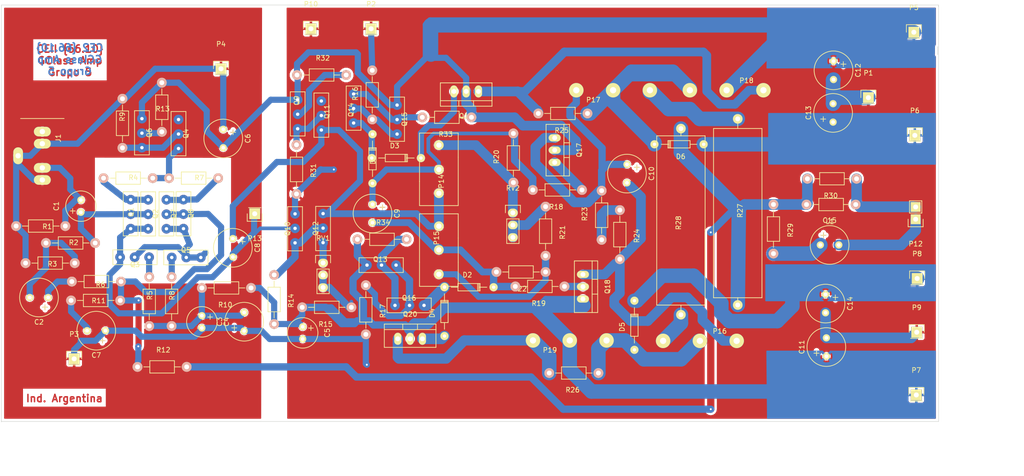
<source format=kicad_pcb>
(kicad_pcb (version 4) (host pcbnew 0.201504261001+5623~23~ubuntu15.04.1-product)
  (layers (0 F.Cu signal) (31 B.Cu signal) (34 B.Paste user) (35 F.Paste user) (36 B.SilkS user) (37 F.SilkS user) (38 B.Mask user) (39 F.Mask user) (44 Edge.Cuts user))
  (net 0 "")
  (net 1 "Net-(C1-Pad1)")
  (net 2 IN)
  (net 3 "Net-(C2-Pad1)")
  (net 4 "Net-(C2-Pad2)")
  (net 5 GND)
  (net 6 "Net-(C3-Pad2)")
  (net 7 TO_OPS)
  (net 8 "Net-(D1-Pad1)")
  (net 9 "Net-(D2-Pad2)")
  (net 10 +VB)
  (net 11 -VB)
  (net 12 -VA)
  (net 13 OUT)
  (net 14 "Net-(Q4-Pad3)")
  (net 15 "Net-(Q7-Pad2)")
  (net 16 "Net-(Q17-Pad3)")
  (net 17 "Net-(Q18-Pad2)")
  (net 18 "Net-(D3-Pad1)")
  (net 19 "Net-(D4-Pad2)")
  (net 20 +VA)
  (net 21 "Net-(Q1-Pad1)")
  (net 22 "Net-(Q3-Pad1)")
  (net 23 "Net-(Q7-Pad1)")
  (net 24 "Net-(Q5-Pad1)")
  (net 25 "Net-(Q4-Pad2)")
  (net 26 "Net-(Q11-Pad2)")
  (net 27 "Net-(Q10-Pad1)")
  (net 28 "Net-(Q12-Pad1)")
  (net 29 "Net-(Q13-Pad2)")
  (net 30 "Net-(Q14-Pad2)")
  (net 31 "Net-(Q3-Pad2)")
  (net 32 "Net-(C7-Pad2)")
  (net 33 "Net-(C8-Pad2)")
  (net 34 "Net-(C9-Pad2)")
  (net 35 "Net-(C9-Pad1)")
  (net 36 "Net-(C10-Pad2)")
  (net 37 "Net-(C10-Pad1)")
  (net 38 "Net-(D5-Pad2)")
  (net 39 "Net-(D6-Pad1)")
  (net 40 "Net-(R15-Pad1)")
  (net 41 "Net-(R21-Pad1)")
  (net 42 "Net-(R23-Pad1)")
  (net 43 "Net-(P14-Pad3)")
  (net 44 "Net-(P15-Pad3)")
  (net 45 "Net-(P16-Pad3)")
  (net 46 "Net-(P17-Pad3)")
  (net 47 "Net-(P18-Pad1)")
  (net 48 "Net-(P19-Pad1)")
  (net 49 "Net-(C15-Pad1)")
  (net 50 FBACK)
  (net 51 "Net-(Q6-Pad2)")
  (net 52 "Net-(Q9-Pad2)")
  (net 53 "Net-(Q13-Pad3)")
  (net 54 "Net-(Q14-Pad1)")
  (module Pin_Headers:Pin_Header_Straight_1x01 (layer F.Cu) (at 83.92 37.08)
    (fp_text reference P4 (at 0 -5.1) (layer F.SilkS))
    (fp_text value CONN_01X01)
    (pad 1 thru_hole rect (at 0 0) (size 2.2352 2.2352) (drill 1.016) (layers *.Cu *.Mask F.SilkS) (net 5 GND))
  )
  (module Pin_Headers:Pin_Header_Straight_1x01 (layer F.Cu) (at 217.6769 43.0535)
    (fp_text reference P1 (at 0 -5.1) (layer F.SilkS))
    (fp_text value CONN_01X01)
    (pad 1 thru_hole rect (at 0 0) (size 2.2352 2.2352) (drill 1.016) (layers *.Cu *.Mask F.SilkS) (net 5 GND))
  )
  (module Pin_Headers:Pin_Header_Straight_1x01 (layer F.Cu) (at 102.5006 28.8041)
    (fp_text reference P10 (at 0 -5.1) (layer F.SilkS))
    (fp_text value CONN_01X01)
    (pad 1 thru_hole rect (at 0 0) (size 2.2352 2.2352) (drill 1.016) (layers *.Mask F.Cu F.SilkS) (net 5 GND))
  )
  (module Capacitors_Elko_ThroughHole:Elko_vert_11.5x8mm_RM3.5 (layer F.Cu) (at 86.3656 72.2016 270)
    (fp_text reference C8 (at 1.905 -5.08 270) (layer F.SilkS))
    (fp_text value C)
    (fp_line (start 0.635 -2.54) (end 0.635 -1.524) (layer F.Cu) (width 0.15))
    (fp_line (start 0.127 -2.032) (end 1.143 -2.032) (layer F.Cu) (width 0.15))
    (pad 2 thru_hole circle (at 3.81 0 270) (size 1.50114 1.50114) (drill 0.8001) (layers *.Mask B.Cu F.SilkS) (net 33 "Net-(C8-Pad2)"))
    (pad 1 thru_hole circle (at 0 0 270) (size 1.50114 1.50114) (drill 0.8001) (layers *.Mask B.Cu F.SilkS) (net 7 TO_OPS))
  )
  (module Diodes_ThroughHole:Diode_DO-35_SOD27_Horizontal_RM10 (layer F.Cu) (at 115.22 50.6116 270)
    (fp_text reference D1 (at 5.30098 -0.10922 270) (layer F.SilkS))
    (fp_text value ZENER)
    (pad 2 thru_hole circle (at 10.16052 -0.00254 90) (size 1.69926 1.69926) (drill 0.70104) (layers *.Mask B.Cu F.SilkS) (net 35 "Net-(C9-Pad1)"))
    (pad 1 thru_hole circle (at 0.00052 -0.00254 90) (size 1.69926 1.69926) (drill 0.70104) (layers *.Mask B.Cu F.SilkS) (net 8 "Net-(D1-Pad1)"))
  )
  (module Diodes_ThroughHole:Diode_DO-35_SOD27_Horizontal_RM10 (layer F.Cu) (at 140.245 82.2584 180)
    (fp_text reference D2 (at 5.43052 2.53746 180) (layer F.SilkS))
    (fp_text value D_Schottky)
    (pad 2 thru_hole circle (at 10.16052 -0.00254) (size 1.69926 1.69926) (drill 0.70104) (layers *.Mask B.Cu F.SilkS) (net 9 "Net-(D2-Pad2)"))
    (pad 1 thru_hole circle (at 0.00052 -0.00254) (size 1.69926 1.69926) (drill 0.70104) (layers *.Mask B.Cu F.SilkS) (net 34 "Net-(C9-Pad2)"))
  )
  (module Diodes_ThroughHole:Diode_DO-35_SOD27_Horizontal_RM10 (layer F.Cu) (at 125.23 55.54 180)
    (fp_text reference D3 (at 5.43052 2.53746 180) (layer F.SilkS))
    (fp_text value D)
    (pad 2 thru_hole circle (at 10.16052 -0.00254) (size 1.69926 1.69926) (drill 0.70104) (layers *.Mask B.Cu F.SilkS) (net 8 "Net-(D1-Pad1)"))
    (pad 1 thru_hole circle (at 0.00052 -0.00254) (size 1.69926 1.69926) (drill 0.70104) (layers *.Mask B.Cu F.SilkS) (net 18 "Net-(D3-Pad1)"))
  )
  (module Diodes_ThroughHole:Diode_DO-35_SOD27_Horizontal_RM10 (layer F.Cu) (at 130.08754 82.19998 270)
    (fp_text reference D4 (at 5.43052 2.53746 270) (layer F.SilkS))
    (fp_text value D)
    (pad 2 thru_hole circle (at 10.16052 -0.00254 90) (size 1.69926 1.69926) (drill 0.70104) (layers *.Mask B.Cu F.SilkS) (net 19 "Net-(D4-Pad2)"))
    (pad 1 thru_hole circle (at 0.00052 -0.00254 90) (size 1.69926 1.69926) (drill 0.70104) (layers *.Mask B.Cu F.SilkS) (net 9 "Net-(D2-Pad2)"))
  )
  (module Diodes_ThroughHole:Diode_DO-35_SOD27_Horizontal_RM10 (layer F.Cu) (at 169.3347 85.054 270)
    (fp_text reference D5 (at 5.43052 2.53746 270) (layer F.SilkS))
    (fp_text value D)
    (pad 2 thru_hole circle (at 10.16052 -0.00254 90) (size 1.69926 1.69926) (drill 0.70104) (layers *.Mask B.Cu F.SilkS) (net 38 "Net-(D5-Pad2)"))
    (pad 1 thru_hole circle (at 0.00052 -0.00254 90) (size 1.69926 1.69926) (drill 0.70104) (layers *.Mask B.Cu F.SilkS) (net 11 -VB))
  )
  (module Diodes_ThroughHole:Diode_DO-35_SOD27_Horizontal_RM10 (layer F.Cu) (at 173.4809 52.7055)
    (fp_text reference D6 (at 5.43052 2.53746) (layer F.SilkS))
    (fp_text value D)
    (pad 2 thru_hole circle (at 10.16052 -0.00254 180) (size 1.69926 1.69926) (drill 0.70104) (layers *.Mask B.Cu F.SilkS) (net 10 +VB))
    (pad 1 thru_hole circle (at 0.00052 -0.00254 180) (size 1.69926 1.69926) (drill 0.70104) (layers *.Mask B.Cu F.SilkS) (net 39 "Net-(D6-Pad1)"))
  )
  (module Transistors_TO-220:TO-220_Neutral123_Vertical (layer F.Cu) (at 152.8628 53.9136 270)
    (fp_text reference Q17 (at 0 -5.08 270) (layer F.SilkS))
    (fp_text value MJE340_NPN_ECB)
    (pad 2 thru_hole oval (at 0 0) (size 2.49936 1.50114) (drill 1.00076) (layers *.Mask B.Cu F.SilkS) (net 20 +VA))
    (pad 1 thru_hole oval (at -2.54 0) (size 2.49936 1.50114) (drill 1.00076) (layers *.Mask B.Cu F.SilkS) (net 37 "Net-(C10-Pad1)"))
    (pad 3 thru_hole oval (at 2.54 0) (size 2.49936 1.50114) (drill 1.00076) (layers *.Mask B.Cu F.SilkS) (net 16 "Net-(Q17-Pad3)"))
  )
  (module Transistors_TO-220:TO-220_Neutral123_Vertical (layer F.Cu) (at 158.7048 82.1584 270)
    (fp_text reference Q18 (at 0 -5.08 270) (layer F.SilkS))
    (fp_text value MJE350_PNP_EBC)
    (pad 2 thru_hole oval (at 0 0) (size 2.49936 1.50114) (drill 1.00076) (layers *.Mask B.Cu F.SilkS) (net 17 "Net-(Q18-Pad2)"))
    (pad 1 thru_hole oval (at -2.54 0) (size 2.49936 1.50114) (drill 1.00076) (layers *.Mask B.Cu F.SilkS) (net 36 "Net-(C10-Pad2)"))
    (pad 3 thru_hole oval (at 2.54 0) (size 2.49936 1.50114) (drill 1.00076) (layers *.Mask B.Cu F.SilkS) (net 12 -VA))
  )
  (module Capacitors_Elko_ThroughHole:Elko_vert_11.2x6.3mm_RM2.5_CopperClear (layer F.Cu) (at 54.9712 66.766 90)
    (fp_text reference C1 (at 1.27 -5.08 90) (layer F.SilkS))
    (fp_text value C)
    (pad 2 thru_hole circle (at 2.54 0 90) (size 1.50114 1.50114) (drill 0.8001) (layers *.Mask B.Cu F.SilkS) (net 2 IN))
    (pad 1 thru_hole circle (at 0 0 90) (size 1.50114 1.50114) (drill 0.8001) (layers *.Mask B.Cu F.SilkS) (net 1 "Net-(C1-Pad1)"))
  )
  (module Capacitors_Elko_ThroughHole:Elko_vert_11.5x8mm_RM3.5 (layer F.Cu) (at 48.2148 84.3936 180)
    (fp_text reference C2 (at 1.905 -5.08 180) (layer F.SilkS))
    (fp_text value C)
    (fp_line (start 0.635 -2.54) (end 0.635 -1.524) (layer F.Cu) (width 0.15))
    (fp_line (start 0.127 -2.032) (end 1.143 -2.032) (layer F.Cu) (width 0.15))
    (pad 2 thru_hole circle (at 3.81 0 180) (size 1.50114 1.50114) (drill 0.8001) (layers *.Mask B.Cu F.SilkS) (net 4 "Net-(C2-Pad2)"))
    (pad 1 thru_hole circle (at 0 0 180) (size 1.50114 1.50114) (drill 0.8001) (layers *.Mask B.Cu F.SilkS) (net 3 "Net-(C2-Pad1)"))
  )
  (module Capacitors_Elko_ThroughHole:Elko_vert_11.5x8mm_RM3.5 (layer F.Cu) (at 88.7024 91.3024 90)
    (fp_text reference C3 (at 1.905 -5.08 90) (layer F.SilkS))
    (fp_text value C)
    (fp_line (start 0.635 -2.54) (end 0.635 -1.524) (layer F.Cu) (width 0.15))
    (fp_line (start 0.127 -2.032) (end 1.143 -2.032) (layer F.Cu) (width 0.15))
    (pad 2 thru_hole circle (at 3.81 0 90) (size 1.50114 1.50114) (drill 0.8001) (layers *.Mask B.Cu F.SilkS) (net 6 "Net-(C3-Pad2)"))
    (pad 1 thru_hole circle (at 0 0 90) (size 1.50114 1.50114) (drill 0.8001) (layers *.Mask B.Cu F.SilkS) (net 5 GND))
  )
  (module Capacitors_Elko_ThroughHole:Elko_vert_11.2x6.3mm_RM2.5_CopperClear (layer F.Cu) (at 79.9648 88.1528 270)
    (fp_text reference C4 (at 1.27 -5.08 270) (layer F.SilkS))
    (fp_text value C)
    (pad 2 thru_hole circle (at 2.54 0 270) (size 1.50114 1.50114) (drill 0.8001) (layers *.Mask B.Cu F.SilkS) (net 5 GND))
    (pad 1 thru_hole circle (at 0 0 270) (size 1.50114 1.50114) (drill 0.8001) (layers *.Mask B.Cu F.SilkS) (net 6 "Net-(C3-Pad2)"))
  )
  (module Capacitors_Elko_ThroughHole:Elko_vert_11.2x6.3mm_RM2.5_CopperClear (layer F.Cu) (at 100.7928 90.4388 270)
    (fp_text reference C5 (at 1.27 -5.08 270) (layer F.SilkS))
    (fp_text value C)
    (pad 2 thru_hole circle (at 2.54 0 270) (size 1.50114 1.50114) (drill 0.8001) (layers *.Mask B.Cu F.SilkS) (net 5 GND))
    (pad 1 thru_hole circle (at 0 0 270) (size 1.50114 1.50114) (drill 0.8001) (layers *.Mask B.Cu F.SilkS) (net 12 -VA))
  )
  (module Capacitors_Elko_ThroughHole:Elko_vert_11.5x8mm_RM3.5 (layer F.Cu) (at 84.3844 49.5956 270)
    (fp_text reference C6 (at 1.905 -5.08 270) (layer F.SilkS))
    (fp_text value C)
    (fp_line (start 0.635 -2.54) (end 0.635 -1.524) (layer F.Cu) (width 0.15))
    (fp_line (start 0.127 -2.032) (end 1.143 -2.032) (layer F.Cu) (width 0.15))
    (pad 2 thru_hole circle (at 3.81 0 270) (size 1.50114 1.50114) (drill 0.8001) (layers *.Mask B.Cu F.SilkS) (net 20 +VA))
    (pad 1 thru_hole circle (at 0 0 270) (size 1.50114 1.50114) (drill 0.8001) (layers *.Mask B.Cu F.SilkS) (net 5 GND))
  )
  (module Capacitors_Elko_ThroughHole:Elko_vert_11.5x8mm_RM3.5 (layer F.Cu) (at 60.0512 91.2516 180)
    (fp_text reference C7 (at 1.905 -5.08 180) (layer F.SilkS))
    (fp_text value C)
    (fp_line (start 0.635 -2.54) (end 0.635 -1.524) (layer F.Cu) (width 0.15))
    (fp_line (start 0.127 -2.032) (end 1.143 -2.032) (layer F.Cu) (width 0.15))
    (pad 2 thru_hole circle (at 3.81 0 180) (size 1.50114 1.50114) (drill 0.8001) (layers *.Mask B.Cu F.SilkS) (net 32 "Net-(C7-Pad2)"))
    (pad 1 thru_hole circle (at 0 0 180) (size 1.50114 1.50114) (drill 0.8001) (layers *.Mask B.Cu F.SilkS) (net 5 GND))
  )
  (module Capacitors_Elko_ThroughHole:Elko_vert_11.5x8mm_RM3.5 (layer F.Cu) (at 115.226 65.1007 270)
    (fp_text reference C9 (at 1.905 -5.08 270) (layer F.SilkS))
    (fp_text value C)
    (fp_line (start 0.635 -2.54) (end 0.635 -1.524) (layer F.Cu) (width 0.15))
    (fp_line (start 0.127 -2.032) (end 1.143 -2.032) (layer F.Cu) (width 0.15))
    (pad 2 thru_hole circle (at 3.81 0 270) (size 1.50114 1.50114) (drill 0.8001) (layers *.Mask B.Cu F.SilkS) (net 34 "Net-(C9-Pad2)"))
    (pad 1 thru_hole circle (at 0 0 270) (size 1.50114 1.50114) (drill 0.8001) (layers *.Mask B.Cu F.SilkS) (net 35 "Net-(C9-Pad1)"))
  )
  (module Capacitors_Elko_ThroughHole:Elko_vert_11.5x8mm_RM3.5 (layer F.Cu) (at 167.798 56.86 270)
    (fp_text reference C10 (at 1.905 -5.08 270) (layer F.SilkS))
    (fp_text value C)
    (fp_line (start 0.635 -2.54) (end 0.635 -1.524) (layer F.Cu) (width 0.15))
    (fp_line (start 0.127 -2.032) (end 1.143 -2.032) (layer F.Cu) (width 0.15))
    (pad 2 thru_hole circle (at 3.81 0 270) (size 1.50114 1.50114) (drill 0.8001) (layers *.Mask B.Cu F.SilkS) (net 36 "Net-(C10-Pad2)"))
    (pad 1 thru_hole circle (at 0 0 270) (size 1.50114 1.50114) (drill 0.8001) (layers *.Mask B.Cu F.SilkS) (net 37 "Net-(C10-Pad1)"))
  )
  (module Capacitors_Elko_ThroughHole:Elko_vert_11.5x8mm_RM3.5 (layer F.Cu) (at 209.0028 96.5459 90)
    (fp_text reference C11 (at 1.905 -5.08 90) (layer F.SilkS))
    (fp_text value C)
    (fp_line (start 0.635 -2.54) (end 0.635 -1.524) (layer F.Cu) (width 0.15))
    (fp_line (start 0.127 -2.032) (end 1.143 -2.032) (layer F.Cu) (width 0.15))
    (pad 2 thru_hole circle (at 3.81 0 90) (size 1.50114 1.50114) (drill 0.8001) (layers *.Mask B.Cu F.SilkS) (net 5 GND))
    (pad 1 thru_hole circle (at 0 0 90) (size 1.50114 1.50114) (drill 0.8001) (layers *.Mask B.Cu F.SilkS) (net 12 -VA))
  )
  (module Capacitors_Elko_ThroughHole:Elko_vert_11.5x8mm_RM3.5 (layer F.Cu) (at 210.476 35.497 270)
    (fp_text reference C12 (at 1.905 -5.08 270) (layer F.SilkS))
    (fp_text value C)
    (fp_line (start 0.635 -2.54) (end 0.635 -1.524) (layer F.Cu) (width 0.15))
    (fp_line (start 0.127 -2.032) (end 1.143 -2.032) (layer F.Cu) (width 0.15))
    (pad 2 thru_hole circle (at 3.81 0 270) (size 1.50114 1.50114) (drill 0.8001) (layers *.Mask B.Cu F.SilkS) (net 5 GND))
    (pad 1 thru_hole circle (at 0 0 270) (size 1.50114 1.50114) (drill 0.8001) (layers *.Mask B.Cu F.SilkS) (net 20 +VA))
  )
  (module Capacitors_Elko_ThroughHole:Elko_vert_11.5x8mm_RM3.5 (layer F.Cu) (at 210.3871 48.11318 90)
    (fp_text reference C13 (at 1.905 -5.08 90) (layer F.SilkS))
    (fp_text value C)
    (fp_line (start 0.635 -2.54) (end 0.635 -1.524) (layer F.Cu) (width 0.15))
    (fp_line (start 0.127 -2.032) (end 1.143 -2.032) (layer F.Cu) (width 0.15))
    (pad 2 thru_hole circle (at 3.81 0 90) (size 1.50114 1.50114) (drill 0.8001) (layers *.Mask B.Cu F.SilkS) (net 5 GND))
    (pad 1 thru_hole circle (at 0 0 90) (size 1.50114 1.50114) (drill 0.8001) (layers *.Mask B.Cu F.SilkS) (net 10 +VB))
  )
  (module Capacitors_Elko_ThroughHole:Elko_vert_11.5x8mm_RM3.5 (layer F.Cu) (at 208.825 83.7443 270)
    (fp_text reference C14 (at 1.905 -5.08 270) (layer F.SilkS))
    (fp_text value C)
    (fp_line (start 0.635 -2.54) (end 0.635 -1.524) (layer F.Cu) (width 0.15))
    (fp_line (start 0.127 -2.032) (end 1.143 -2.032) (layer F.Cu) (width 0.15))
    (pad 2 thru_hole circle (at 3.81 0 270) (size 1.50114 1.50114) (drill 0.8001) (layers *.Mask B.Cu F.SilkS) (net 5 GND))
    (pad 1 thru_hole circle (at 0 0 270) (size 1.50114 1.50114) (drill 0.8001) (layers *.Mask B.Cu F.SilkS) (net 11 -VB))
  )
  (module Pin_Headers:Pin_Header_Straight_1x02 (layer F.Cu) (at 227.4499 68.2011 180)
    (fp_text reference P12 (at 0 -5.1 180) (layer F.SilkS))
    (fp_text value OUT)
    (pad 1 thru_hole rect (at 0 0 180) (size 2.032 2.032) (drill 1.016) (layers *.Mask B.Cu F.SilkS) (net 5 GND))
    (pad 2 thru_hole rect (at 0 2.54 180) (size 2.032 2.032) (drill 1.016) (layers *.Mask B.Cu F.SilkS) (net 13 OUT))
  )
  (module Resistors_ThroughHole:Resistor_Horizontal_RM10mm (layer F.Cu) (at 46.67 69.61 180)
    (fp_text reference R1 (at -1.3335 -0.1143 180) (layer F.SilkS))
    (fp_text value R)
    (pad 1 thru_hole circle (at -5.08 0 180) (size 1.99898 1.99898) (drill 1.00076) (layers *.SilkS *.Mask B.Cu) (net 2 IN))
    (pad 2 thru_hole circle (at 5.08 0 180) (size 1.99898 1.99898) (drill 1.00076) (layers *.SilkS *.Mask B.Cu) (net 5 GND))
  )
  (module Resistors_ThroughHole:Resistor_Horizontal_RM10mm (layer F.Cu) (at 52.8376 73.116 180)
    (fp_text reference R2 (at -0.635 0.0889 180) (layer F.SilkS))
    (fp_text value R)
    (pad 1 thru_hole circle (at -5.08 0 180) (size 1.99898 1.99898) (drill 1.00076) (layers *.SilkS *.Mask B.Cu) (net 1 "Net-(C1-Pad1)"))
    (pad 2 thru_hole circle (at 5.08 0 180) (size 1.99898 1.99898) (drill 1.00076) (layers *.SilkS *.Mask B.Cu) (net 4 "Net-(C2-Pad2)"))
  )
  (module Resistors_ThroughHole:Resistor_Horizontal_RM10mm (layer F.Cu) (at 48.62 77.27 180)
    (fp_text reference R3 (at -0.4416 -0.2 180) (layer F.SilkS))
    (fp_text value R)
    (pad 1 thru_hole circle (at -5.08 0 180) (size 1.99898 1.99898) (drill 1.00076) (layers *.SilkS *.Mask B.Cu) (net 4 "Net-(C2-Pad2)"))
    (pad 2 thru_hole circle (at 5.08 0 180) (size 1.99898 1.99898) (drill 1.00076) (layers *.SilkS *.Mask B.Cu) (net 5 GND))
  )
  (module Resistors_ThroughHole:Resistor_Horizontal_RM10mm (layer F.Cu) (at 64.73 59.7 180)
    (fp_text reference R4 (at -1.0668 0.1143 180) (layer F.SilkS))
    (fp_text value R)
    (pad 1 thru_hole circle (at -5.08 0 180) (size 1.99898 1.99898) (drill 1.00076) (layers *.SilkS *.Mask B.Cu) (net 14 "Net-(Q4-Pad3)"))
    (pad 2 thru_hole circle (at 5.08 0 180) (size 1.99898 1.99898) (drill 1.00076) (layers *.SilkS *.Mask B.Cu) (net 21 "Net-(Q1-Pad1)"))
  )
  (module Resistors_ThroughHole:Resistor_Horizontal_RM10mm (layer F.Cu) (at 69.0936 85.2064 270)
    (fp_text reference R5 (at -1.27 -0.10668 270) (layer F.SilkS))
    (fp_text value R)
    (pad 1 thru_hole circle (at -5.08 0 270) (size 1.99898 1.99898) (drill 1.00076) (layers *.SilkS *.Mask B.Cu) (net 22 "Net-(Q3-Pad1)"))
    (pad 2 thru_hole circle (at 5.08 0 270) (size 1.99898 1.99898) (drill 1.00076) (layers *.SilkS *.Mask B.Cu) (net 6 "Net-(C3-Pad2)"))
  )
  (module Resistors_ThroughHole:Resistor_Horizontal_RM10mm (layer F.Cu) (at 58.1716 81.0916 180)
    (fp_text reference R6 (at -0.85852 -0.6096 180) (layer F.SilkS))
    (fp_text value R)
    (pad 1 thru_hole circle (at -5.08 0 180) (size 1.99898 1.99898) (drill 1.00076) (layers *.SilkS *.Mask B.Cu) (net 15 "Net-(Q7-Pad2)"))
    (pad 2 thru_hole circle (at 5.08 0 180) (size 1.99898 1.99898) (drill 1.00076) (layers *.SilkS *.Mask B.Cu) (net 3 "Net-(C2-Pad1)"))
  )
  (module Resistors_ThroughHole:Resistor_Horizontal_RM10mm (layer F.Cu) (at 78.26 59.7)
    (fp_text reference R7 (at 1.1811 -0.0762) (layer F.SilkS))
    (fp_text value R)
    (pad 1 thru_hole circle (at -5.08 0) (size 1.99898 1.99898) (drill 1.00076) (layers *.SilkS *.Mask B.Cu) (net 14 "Net-(Q4-Pad3)"))
    (pad 2 thru_hole circle (at 5.08 0) (size 1.99898 1.99898) (drill 1.00076) (layers *.SilkS *.Mask B.Cu) (net 23 "Net-(Q7-Pad1)"))
  )
  (module Resistors_ThroughHole:Resistor_Horizontal_RM10mm (layer F.Cu) (at 73.7164 85.2064 270)
    (fp_text reference R8 (at -1.24206 -0.09398 270) (layer F.SilkS))
    (fp_text value R)
    (pad 1 thru_hole circle (at -5.08 0 270) (size 1.99898 1.99898) (drill 1.00076) (layers *.SilkS *.Mask B.Cu) (net 24 "Net-(Q5-Pad1)"))
    (pad 2 thru_hole circle (at 5.08 0 270) (size 1.99898 1.99898) (drill 1.00076) (layers *.SilkS *.Mask B.Cu) (net 6 "Net-(C3-Pad2)"))
  )
  (module Resistors_ThroughHole:Resistor_Horizontal_RM10mm (layer F.Cu) (at 63.56 48.36 90)
    (fp_text reference R9 (at 1.3589 -0.0254 90) (layer F.SilkS))
    (fp_text value R)
    (pad 1 thru_hole circle (at -5.08 0 90) (size 1.99898 1.99898) (drill 1.00076) (layers *.SilkS *.Mask B.Cu) (net 25 "Net-(Q4-Pad2)"))
    (pad 2 thru_hole circle (at 5.08 0 90) (size 1.99898 1.99898) (drill 1.00076) (layers *.SilkS *.Mask B.Cu) (net 5 GND))
  )
  (module Resistors_ThroughHole:Resistor_Horizontal_RM10mm (layer F.Cu) (at 85.0448 82.4124 180)
    (fp_text reference R10 (at 0.24892 -3.50012 180) (layer F.SilkS))
    (fp_text value R)
    (pad 1 thru_hole circle (at -5.08 0 180) (size 1.99898 1.99898) (drill 1.00076) (layers *.SilkS *.Mask B.Cu) (net 12 -VA))
    (pad 2 thru_hole circle (at 5.08 0 180) (size 1.99898 1.99898) (drill 1.00076) (layers *.SilkS *.Mask B.Cu) (net 6 "Net-(C3-Pad2)"))
  )
  (module Resistors_ThroughHole:Resistor_Horizontal_RM10mm (layer F.Cu) (at 58.0192 85.0032)
    (fp_text reference R11 (at 0.61976 0.0508) (layer F.SilkS))
    (fp_text value R)
    (pad 1 thru_hole circle (at -5.08 0) (size 1.99898 1.99898) (drill 1.00076) (layers *.SilkS *.Mask B.Cu) (net 32 "Net-(C7-Pad2)"))
    (pad 2 thru_hole circle (at 5.08 0) (size 1.99898 1.99898) (drill 1.00076) (layers *.SilkS *.Mask B.Cu) (net 15 "Net-(Q7-Pad2)"))
  )
  (module Resistors_ThroughHole:Resistor_Horizontal_RM10mm (layer F.Cu) (at 71.74882 98.74046)
    (fp_text reference R12 (at 0.24892 -3.50012) (layer F.SilkS))
    (fp_text value R)
    (pad 1 thru_hole circle (at -5.08 0) (size 1.99898 1.99898) (drill 1.00076) (layers *.SilkS *.Mask B.Cu) (net 15 "Net-(Q7-Pad2)"))
    (pad 2 thru_hole circle (at 5.08 0) (size 1.99898 1.99898) (drill 1.00076) (layers *.SilkS *.Mask B.Cu) (net 50 FBACK))
  )
  (module Resistors_ThroughHole:Resistor_Horizontal_RM10mm (layer F.Cu) (at 71.69 45.04 270)
    (fp_text reference R13 (at 0.34 -0.17 360) (layer F.SilkS))
    (fp_text value R)
    (pad 1 thru_hole circle (at -5.08 0 270) (size 1.99898 1.99898) (drill 1.00076) (layers *.SilkS *.Mask B.Cu) (net 20 +VA))
    (pad 2 thru_hole circle (at 5.08 0 270) (size 1.99898 1.99898) (drill 1.00076) (layers *.SilkS *.Mask B.Cu) (net 51 "Net-(Q6-Pad2)"))
  )
  (module Resistors_ThroughHole:Resistor_Horizontal_RM10mm (layer F.Cu) (at 94.9 84.8 270)
    (fp_text reference R14 (at 0.24892 -3.50012 270) (layer F.SilkS))
    (fp_text value R)
    (pad 1 thru_hole circle (at -5.08 0 270) (size 1.99898 1.99898) (drill 1.00076) (layers *.SilkS *.Mask B.Cu) (net 27 "Net-(Q10-Pad1)"))
    (pad 2 thru_hole circle (at 5.08 0 270) (size 1.99898 1.99898) (drill 1.00076) (layers *.SilkS *.Mask B.Cu) (net 12 -VA))
  )
  (module Resistors_ThroughHole:Resistor_Horizontal_RM10mm (layer F.Cu) (at 105.7712 86.4256 180)
    (fp_text reference R15 (at 0.24892 -3.50012 180) (layer F.SilkS))
    (fp_text value R)
    (pad 1 thru_hole circle (at -5.08 0 180) (size 1.99898 1.99898) (drill 1.00076) (layers *.SilkS *.Mask B.Cu) (net 40 "Net-(R15-Pad1)"))
    (pad 2 thru_hole circle (at 5.08 0 180) (size 1.99898 1.99898) (drill 1.00076) (layers *.SilkS *.Mask B.Cu) (net 12 -VA))
  )
  (module Resistors_ThroughHole:Resistor_Horizontal_RM10mm (layer F.Cu) (at 115.1692 42.4836 90)
    (fp_text reference R16 (at 0.24892 -3.50012 90) (layer F.SilkS))
    (fp_text value R)
    (pad 1 thru_hole circle (at -5.08 0 90) (size 1.99898 1.99898) (drill 1.00076) (layers *.SilkS *.Mask B.Cu) (net 30 "Net-(Q14-Pad2)"))
    (pad 2 thru_hole circle (at 5.08 0 90) (size 1.99898 1.99898) (drill 1.00076) (layers *.SilkS *.Mask B.Cu) (net 5 GND))
  )
  (module Resistors_ThroughHole:Resistor_Horizontal_RM10mm (layer F.Cu) (at 113.8484 86.9336 270)
    (fp_text reference R17 (at 0.24892 -3.50012 270) (layer F.SilkS))
    (fp_text value R)
    (pad 1 thru_hole circle (at -5.08 0 270) (size 1.99898 1.99898) (drill 1.00076) (layers *.SilkS *.Mask B.Cu) (net 53 "Net-(Q13-Pad3)"))
    (pad 2 thru_hole circle (at 5.08 0 270) (size 1.99898 1.99898) (drill 1.00076) (layers *.SilkS *.Mask B.Cu) (net 5 GND))
  )
  (module Resistors_ThroughHole:Resistor_Horizontal_RM10mm (layer F.Cu) (at 153.4216 62.1432 180)
    (fp_text reference R18 (at 0.24892 -3.50012 180) (layer F.SilkS))
    (fp_text value R)
    (pad 1 thru_hole circle (at -5.08 0 180) (size 1.99898 1.99898) (drill 1.00076) (layers *.SilkS *.Mask B.Cu) (net 16 "Net-(Q17-Pad3)"))
    (pad 2 thru_hole circle (at 5.08 0 180) (size 1.99898 1.99898) (drill 1.00076) (layers *.SilkS *.Mask B.Cu) (net 35 "Net-(C9-Pad1)"))
  )
  (module Resistors_ThroughHole:Resistor_Horizontal_RM10mm (layer F.Cu) (at 149.8081 82.106 180)
    (fp_text reference R19 (at 0.24892 -3.50012 180) (layer F.SilkS))
    (fp_text value R)
    (pad 1 thru_hole circle (at -5.08 0 180) (size 1.99898 1.99898) (drill 1.00076) (layers *.SilkS *.Mask B.Cu) (net 17 "Net-(Q18-Pad2)"))
    (pad 2 thru_hole circle (at 5.08 0 180) (size 1.99898 1.99898) (drill 1.00076) (layers *.SilkS *.Mask B.Cu) (net 34 "Net-(C9-Pad2)"))
  )
  (module Resistors_ThroughHole:Resistor_Horizontal_RM10mm (layer F.Cu) (at 144.3284 55.5392 90)
    (fp_text reference R20 (at 0.24892 -3.50012 90) (layer F.SilkS))
    (fp_text value R)
    (pad 1 thru_hole circle (at -5.08 0 90) (size 1.99898 1.99898) (drill 1.00076) (layers *.SilkS *.Mask B.Cu) (net 43 "Net-(P14-Pad3)"))
    (pad 2 thru_hole circle (at 5.08 0 90) (size 1.99898 1.99898) (drill 1.00076) (layers *.SilkS *.Mask B.Cu) (net 35 "Net-(C9-Pad1)"))
  )
  (module Resistors_ThroughHole:Resistor_Horizontal_RM10mm (layer F.Cu) (at 150.9832 70.6776 270)
    (fp_text reference R21 (at 0.24892 -3.50012 270) (layer F.SilkS))
    (fp_text value R)
    (pad 1 thru_hole circle (at -5.08 0 270) (size 1.99898 1.99898) (drill 1.00076) (layers *.SilkS *.Mask B.Cu) (net 41 "Net-(R21-Pad1)"))
    (pad 2 thru_hole circle (at 5.08 0 270) (size 1.99898 1.99898) (drill 1.00076) (layers *.SilkS *.Mask B.Cu) (net 44 "Net-(P15-Pad3)"))
  )
  (module Resistors_ThroughHole:Resistor_Horizontal_RM10mm (layer F.Cu) (at 145.9032 79.1104 180)
    (fp_text reference R22 (at 0.24892 -3.50012 180) (layer F.SilkS))
    (fp_text value R)
    (pad 1 thru_hole circle (at -5.08 0 180) (size 1.99898 1.99898) (drill 1.00076) (layers *.SilkS *.Mask B.Cu) (net 44 "Net-(P15-Pad3)"))
    (pad 2 thru_hole circle (at 5.08 0 180) (size 1.99898 1.99898) (drill 1.00076) (layers *.SilkS *.Mask B.Cu) (net 34 "Net-(C9-Pad2)"))
  )
  (module Resistors_ThroughHole:Resistor_Horizontal_RM10mm (layer F.Cu) (at 162.5656 67.3756 90)
    (fp_text reference R23 (at 0.24892 -3.50012 90) (layer F.SilkS))
    (fp_text value R)
    (pad 1 thru_hole circle (at -5.08 0 90) (size 1.99898 1.99898) (drill 1.00076) (layers *.SilkS *.Mask B.Cu) (net 42 "Net-(R23-Pad1)"))
    (pad 2 thru_hole circle (at 5.08 0 90) (size 1.99898 1.99898) (drill 1.00076) (layers *.SilkS *.Mask B.Cu) (net 37 "Net-(C10-Pad1)"))
  )
  (module Resistors_ThroughHole:Resistor_Horizontal_RM10mm (layer F.Cu) (at 166.3248 71.3888 270)
    (fp_text reference R24 (at 0.24892 -3.50012 270) (layer F.SilkS))
    (fp_text value R)
    (pad 1 thru_hole circle (at -5.08 0 270) (size 1.99898 1.99898) (drill 1.00076) (layers *.SilkS *.Mask B.Cu) (net 42 "Net-(R23-Pad1)"))
    (pad 2 thru_hole circle (at 5.08 0 270) (size 1.99898 1.99898) (drill 1.00076) (layers *.SilkS *.Mask B.Cu) (net 36 "Net-(C10-Pad2)"))
  )
  (module Resistors_ThroughHole:Resistor_Horizontal_RM10mm (layer F.Cu) (at 154.56298 46.32502 180)
    (fp_text reference R25 (at 0.24892 -3.50012 180) (layer F.SilkS))
    (fp_text value R)
    (pad 1 thru_hole circle (at -5.08 0 180) (size 1.99898 1.99898) (drill 1.00076) (layers *.SilkS *.Mask B.Cu) (net 39 "Net-(D6-Pad1)"))
    (pad 2 thru_hole circle (at 5.08 0 180) (size 1.99898 1.99898) (drill 1.00076) (layers *.SilkS *.Mask B.Cu) (net 47 "Net-(P18-Pad1)"))
  )
  (module Resistors_ThroughHole:Resistor_Horizontal_RM10mm (layer F.Cu) (at 156.8185 100.013 180)
    (fp_text reference R26 (at 0.24892 -3.50012 180) (layer F.SilkS))
    (fp_text value R)
    (pad 1 thru_hole circle (at -5.08 0 180) (size 1.99898 1.99898) (drill 1.00076) (layers *.SilkS *.Mask B.Cu) (net 38 "Net-(D5-Pad2)"))
    (pad 2 thru_hole circle (at 5.08 0 180) (size 1.99898 1.99898) (drill 1.00076) (layers *.SilkS *.Mask B.Cu) (net 48 "Net-(P19-Pad1)"))
  )
  (module Pin_Headers:Pin_Header_Straight_1x03 (layer F.Cu) (at 105.0092 77.2308)
    (fp_text reference RV1 (at 0 -5.1) (layer F.SilkS))
    (fp_text value POT)
    (pad 1 thru_hole oval (at 0 0) (size 2.032 1.7272) (drill 1.016) (layers *.Mask B.Cu F.SilkS) (net 28 "Net-(Q12-Pad1)"))
    (pad 2 thru_hole oval (at 0 2.54) (size 2.032 1.7272) (drill 1.016) (layers *.Mask B.Cu F.SilkS) (net 40 "Net-(R15-Pad1)"))
    (pad 3 thru_hole oval (at 0 5.08) (size 2.032 1.7272) (drill 1.016) (layers *.Mask B.Cu F.SilkS) (net 40 "Net-(R15-Pad1)"))
  )
  (module Pin_Headers:Pin_Header_Straight_1x03 (layer F.Cu) (at 144.2268 66.8676)
    (fp_text reference RV2 (at 0 -5.1) (layer F.SilkS))
    (fp_text value POT)
    (pad 1 thru_hole oval (at 0 0) (size 2.032 1.7272) (drill 1.016) (layers *.Mask B.Cu F.SilkS) (net 43 "Net-(P14-Pad3)"))
    (pad 2 thru_hole oval (at 0 2.54) (size 2.032 1.7272) (drill 1.016) (layers *.Mask B.Cu F.SilkS) (net 41 "Net-(R21-Pad1)"))
    (pad 3 thru_hole oval (at 0 5.08) (size 2.032 1.7272) (drill 1.016) (layers *.Mask B.Cu F.SilkS) (net 41 "Net-(R21-Pad1)"))
  )
  (module pcb:bornera_grande (layer F.Cu) (at 190.4675 93.3598 180)
    (fp_text reference P16 (at 3.5 2 180) (layer F.SilkS))
    (fp_text value 2SA1302)
    (pad 1 thru_hole circle (at 0 0 180) (size 3 3) (drill 1.3) (layers *.Mask B.Cu F.SilkS) (net 36 "Net-(C10-Pad2)"))
    (pad 2 thru_hole circle (at 7.6 0 180) (size 3 3) (drill 1.3) (layers *.Mask B.Cu F.SilkS) (net 38 "Net-(D5-Pad2)"))
    (pad 3 thru_hole circle (at 15.2 0 180) (size 3 3) (drill 1.3) (layers *.Mask B.Cu F.SilkS) (net 45 "Net-(P16-Pad3)"))
  )
  (module pcb:bornera_grande (layer F.Cu) (at 157.3332 41.5184)
    (fp_text reference P17 (at 3.5 2) (layer F.SilkS))
    (fp_text value 2SC3281)
    (pad 1 thru_hole circle (at 0 0) (size 3 3) (drill 1.3) (layers *.Mask B.Cu F.SilkS) (net 37 "Net-(C10-Pad1)"))
    (pad 2 thru_hole circle (at 7.6 0) (size 3 3) (drill 1.3) (layers *.Mask B.Cu F.SilkS) (net 39 "Net-(D6-Pad1)"))
    (pad 3 thru_hole circle (at 15.2 0) (size 3 3) (drill 1.3) (layers *.Mask B.Cu F.SilkS) (net 46 "Net-(P17-Pad3)"))
  )
  (module pcb:bornera_grande (layer F.Cu) (at 195.992 41.5184 180)
    (fp_text reference P18 (at 3.5 2 180) (layer F.SilkS))
    (fp_text value 2SC3281)
    (pad 1 thru_hole circle (at 0 0 180) (size 3 3) (drill 1.3) (layers *.Mask B.Cu F.SilkS) (net 47 "Net-(P18-Pad1)"))
    (pad 2 thru_hole circle (at 7.6 0 180) (size 3 3) (drill 1.3) (layers *.Mask B.Cu F.SilkS) (net 20 +VA))
    (pad 3 thru_hole circle (at 15.2 0 180) (size 3 3) (drill 1.3) (layers *.Mask B.Cu F.SilkS) (net 39 "Net-(D6-Pad1)"))
  )
  (module pcb:bornera_grande (layer F.Cu) (at 148.3797 93.2709)
    (fp_text reference P19 (at 3.5 2) (layer F.SilkS))
    (fp_text value 2SA1302)
    (pad 1 thru_hole circle (at 0 0) (size 3 3) (drill 1.3) (layers *.Mask B.Cu F.SilkS) (net 48 "Net-(P19-Pad1)") (clearance 0.3))
    (pad 2 thru_hole circle (at 7.6 0) (size 3 3) (drill 1.3) (layers *.Mask B.Cu F.SilkS) (net 12 -VA) (clearance 0.3))
    (pad 3 thru_hole circle (at 15.2 0) (size 3 3) (drill 1.3) (layers *.Mask B.Cu F.SilkS) (net 38 "Net-(D5-Pad2)") (clearance 0.3))
  )
  (module pcb:MPSA06-56_TO92_EBC (layer F.Cu) (at 67.27842 67.07682 270)
    (fp_text reference Q1 (at -0.33942 1.94726 270) (layer F.SilkS))
    (fp_text value MPSA56_PNP_EBC)
    (pad 1 thru_hole circle (at -2.921 2.032 270) (size 2 2) (drill 0.7) (layers B.Cu) (net 21 "Net-(Q1-Pad1)"))
    (pad 2 thru_hole circle (at 0.079 2.032 270) (size 2 2) (drill 0.7) (layers B.Cu) (net 1 "Net-(C1-Pad1)"))
    (pad 3 thru_hole circle (at 3.079 2.032 270) (size 2 2) (drill 0.7) (layers B.Cu) (net 33 "Net-(C8-Pad2)"))
  )
  (module pcb:MPSA06-56_TO92_EBC (layer F.Cu) (at 70.89538 67.09714 270)
    (fp_text reference Q2 (at 0 0.5 270) (layer F.SilkS))
    (fp_text value MPSA56_PNP_EBC)
    (pad 1 thru_hole circle (at -2.921 2.032 270) (size 2 2) (drill 0.7) (layers B.Cu) (net 21 "Net-(Q1-Pad1)"))
    (pad 2 thru_hole circle (at 0.079 2.032 270) (size 2 2) (drill 0.7) (layers B.Cu) (net 1 "Net-(C1-Pad1)"))
    (pad 3 thru_hole circle (at 3.079 2.032 270) (size 2 2) (drill 0.7) (layers B.Cu) (net 33 "Net-(C8-Pad2)"))
  )
  (module pcb:MPSA06-56_TO92_EBC (layer F.Cu) (at 66.1472 78.0944 180)
    (fp_text reference Q3 (at 0 0.5 180) (layer F.SilkS))
    (fp_text value MPSA06_NPN_EBC)
    (pad 1 thru_hole circle (at -2.921 2.032 180) (size 2 2) (drill 0.7) (layers B.Cu) (net 22 "Net-(Q3-Pad1)"))
    (pad 2 thru_hole circle (at 0.079 2.032 180) (size 2 2) (drill 0.7) (layers B.Cu) (net 31 "Net-(Q3-Pad2)"))
    (pad 3 thru_hole circle (at 3.079 2.032 180) (size 2 2) (drill 0.7) (layers B.Cu) (net 33 "Net-(C8-Pad2)"))
  )
  (module pcb:MPSA06-56_TO92_EBC (layer F.Cu) (at 77.17 50.5 270)
    (fp_text reference Q4 (at 0 0.5 270) (layer F.SilkS))
    (fp_text value MPSA56_PNP_EBC)
    (pad 1 thru_hole circle (at -2.921 2.032 270) (size 2 2) (drill 0.7) (layers B.Cu))
    (pad 2 thru_hole circle (at 0.079 2.032 270) (size 2 2) (drill 0.7) (layers B.Cu) (net 25 "Net-(Q4-Pad2)"))
    (pad 3 thru_hole circle (at 3.079 2.032 270) (size 2 2) (drill 0.7) (layers B.Cu) (net 14 "Net-(Q4-Pad3)"))
  )
  (module pcb:MPSA06-56_TO92_EBC (layer F.Cu) (at 76.6628 74.0812)
    (fp_text reference Q5 (at 0 0.5) (layer F.SilkS))
    (fp_text value MPSA06_NPN_EBC)
    (pad 1 thru_hole circle (at -2.921 2.032) (size 2 2) (drill 0.7) (layers B.Cu) (net 24 "Net-(Q5-Pad1)"))
    (pad 2 thru_hole circle (at 0.079 2.032) (size 2 2) (drill 0.7) (layers B.Cu) (net 31 "Net-(Q3-Pad2)"))
    (pad 3 thru_hole circle (at 3.079 2.032) (size 2 2) (drill 0.7) (layers B.Cu) (net 31 "Net-(Q3-Pad2)"))
  )
  (module pcb:MPSA06-56_TO92_EBC (layer F.Cu) (at 69.61 50.32 270)
    (fp_text reference Q6 (at 0 0.5 270) (layer F.SilkS))
    (fp_text value MPSA56_PNP_EBC)
    (pad 1 thru_hole circle (at -2.921 2.032 270) (size 2 2) (drill 0.7) (layers B.Cu) (net 20 +VA))
    (pad 2 thru_hole circle (at 0.079 2.032 270) (size 2 2) (drill 0.7) (layers B.Cu) (net 51 "Net-(Q6-Pad2)"))
    (pad 3 thru_hole circle (at 3.079 2.032 270) (size 2 2) (drill 0.7) (layers B.Cu) (net 25 "Net-(Q4-Pad2)"))
  )
  (module pcb:MPSA06-56_TO92_EBC (layer F.Cu) (at 74.6749 67.0946 270)
    (fp_text reference Q7 (at 0 0.5 270) (layer F.SilkS))
    (fp_text value MPSA56_PNP_EBC)
    (pad 1 thru_hole circle (at -2.921 2.032 270) (size 2 2) (drill 0.7) (layers B.Cu) (net 23 "Net-(Q7-Pad1)"))
    (pad 2 thru_hole circle (at 0.079 2.032 270) (size 2 2) (drill 0.7) (layers B.Cu) (net 15 "Net-(Q7-Pad2)"))
    (pad 3 thru_hole circle (at 3.079 2.032 270) (size 2 2) (drill 0.7) (layers B.Cu) (net 31 "Net-(Q3-Pad2)"))
  )
  (module pcb:MPSA06-56_TO92_EBC (layer F.Cu) (at 78.19534 67.07174 270)
    (fp_text reference Q8 (at 0 0.5 270) (layer F.SilkS))
    (fp_text value MPSA56_PNP_EBC)
    (pad 1 thru_hole circle (at -2.921 2.032 270) (size 2 2) (drill 0.7) (layers B.Cu) (net 23 "Net-(Q7-Pad1)"))
    (pad 2 thru_hole circle (at 0.079 2.032 270) (size 2 2) (drill 0.7) (layers B.Cu) (net 15 "Net-(Q7-Pad2)"))
    (pad 3 thru_hole circle (at 3.079 2.032 270) (size 2 2) (drill 0.7) (layers B.Cu) (net 31 "Net-(Q3-Pad2)"))
  )
  (module pcb:MPSA06-56_TO92_EBC (layer F.Cu) (at 101.79 46.41 270)
    (fp_text reference Q9 (at -2.76 2.22 270) (layer F.SilkS))
    (fp_text value MPSA56_PNP_EBC)
    (pad 1 thru_hole circle (at -2.921 2.032 270) (size 2 2) (drill 0.7) (layers B.Cu) (net 20 +VA))
    (pad 2 thru_hole circle (at 0.079 2.032 270) (size 2 2) (drill 0.7) (layers B.Cu) (net 52 "Net-(Q9-Pad2)"))
    (pad 3 thru_hole circle (at 3.079 2.032 270) (size 2 2) (drill 0.7) (layers B.Cu) (net 26 "Net-(Q11-Pad2)"))
  )
  (module pcb:MPSA06-56_TO92_EBC (layer F.Cu) (at 97.186 70.1696 90)
    (fp_text reference Q10 (at 0 0.5 90) (layer F.SilkS))
    (fp_text value MPSA06_NPN_EBC)
    (pad 1 thru_hole circle (at -2.921 2.032 90) (size 2 2) (drill 0.7) (layers B.Cu) (net 27 "Net-(Q10-Pad1)"))
    (pad 2 thru_hole circle (at 0.079 2.032 90) (size 2 2) (drill 0.7) (layers B.Cu) (net 33 "Net-(C8-Pad2)"))
    (pad 3 thru_hole circle (at 3.079 2.032 90) (size 2 2) (drill 0.7) (layers B.Cu) (net 5 GND))
  )
  (module pcb:MPSA06-56_TO92_EBC (layer F.Cu) (at 106.68 46.67 270)
    (fp_text reference Q11 (at -0.72 0.89 270) (layer F.SilkS))
    (fp_text value MPSA56_PNP_EBC)
    (pad 1 thru_hole circle (at -2.921 2.032 270) (size 2 2) (drill 0.7) (layers B.Cu))
    (pad 2 thru_hole circle (at 0.079 2.032 270) (size 2 2) (drill 0.7) (layers B.Cu) (net 26 "Net-(Q11-Pad2)"))
    (pad 3 thru_hole circle (at 3.079 2.032 270) (size 2 2) (drill 0.7) (layers B.Cu) (net 7 TO_OPS))
  )
  (module pcb:MPSA06-56_TO92_EBC (layer F.Cu) (at 102.9772 70.1188 90)
    (fp_text reference Q12 (at 0 0.5 90) (layer F.SilkS))
    (fp_text value MPSA06_NPN_EBC)
    (pad 1 thru_hole circle (at -2.921 2.032 90) (size 2 2) (drill 0.7) (layers B.Cu) (net 28 "Net-(Q12-Pad1)"))
    (pad 2 thru_hole circle (at 0.079 2.032 90) (size 2 2) (drill 0.7) (layers B.Cu) (net 27 "Net-(Q10-Pad1)"))
    (pad 3 thru_hole circle (at 3.079 2.032 90) (size 2 2) (drill 0.7) (layers B.Cu) (net 7 TO_OPS))
  )
  (module pcb:MPSA06-56_TO92_EBC (layer F.Cu) (at 117.01 75.66)
    (fp_text reference Q13 (at -0.17 0.84) (layer F.SilkS))
    (fp_text value MPSA06_NPN_EBC)
    (pad 1 thru_hole circle (at -2.921 2.032) (size 2 2) (drill 0.7) (layers B.Cu) (net 12 -VA))
    (pad 2 thru_hole circle (at 0.079 2.032) (size 2 2) (drill 0.7) (layers B.Cu) (net 29 "Net-(Q13-Pad2)"))
    (pad 3 thru_hole circle (at 3.079 2.032) (size 2 2) (drill 0.7) (layers B.Cu) (net 53 "Net-(Q13-Pad3)"))
  )
  (module pcb:MPSA06-56_TO92_EBC (layer F.Cu) (at 113.35 45.22 270)
    (fp_text reference Q14 (at 0.35 2.58 270) (layer F.SilkS))
    (fp_text value MPSA56_PNP_EBC)
    (pad 1 thru_hole circle (at -2.921 2.032 270) (size 2 2) (drill 0.7) (layers B.Cu) (net 54 "Net-(Q14-Pad1)"))
    (pad 2 thru_hole circle (at 0.079 2.032 270) (size 2 2) (drill 0.7) (layers B.Cu) (net 30 "Net-(Q14-Pad2)"))
    (pad 3 thru_hole circle (at 3.079 2.032 270) (size 2 2) (drill 0.7) (layers B.Cu) (net 8 "Net-(D1-Pad1)"))
  )
  (module pcb:MPSA06-56_TO92_EBC (layer F.Cu) (at 122.332 47.5128 270)
    (fp_text reference Q15 (at 0 0.5 270) (layer F.SilkS))
    (fp_text value MPSA56_PNP_EBC)
    (pad 1 thru_hole circle (at -2.921 2.032 270) (size 2 2) (drill 0.7) (layers B.Cu) (net 20 +VA))
    (pad 2 thru_hole circle (at 0.079 2.032 270) (size 2 2) (drill 0.7) (layers B.Cu) (net 54 "Net-(Q14-Pad1)"))
    (pad 3 thru_hole circle (at 3.079 2.032 270) (size 2 2) (drill 0.7) (layers B.Cu) (net 30 "Net-(Q14-Pad2)"))
  )
  (module pcb:MPSA06-56_TO92_EBC (layer F.Cu) (at 122.7892 83.9872)
    (fp_text reference Q16 (at 0 0.5) (layer F.SilkS))
    (fp_text value MPSA06_NPN_EBC)
    (pad 1 thru_hole circle (at -2.921 2.032) (size 2 2) (drill 0.7) (layers B.Cu) (net 29 "Net-(Q13-Pad2)"))
    (pad 2 thru_hole circle (at 0.079 2.032) (size 2 2) (drill 0.7) (layers B.Cu) (net 53 "Net-(Q13-Pad3)"))
    (pad 3 thru_hole circle (at 3.079 2.032) (size 2 2) (drill 0.7) (layers B.Cu) (net 9 "Net-(D2-Pad2)"))
  )
  (module pcb:MJE340_gclass (layer F.Cu) (at 134.5748 41.7724 180)
    (fp_text reference Q19 (at 0 -5.08 180) (layer F.SilkS))
    (fp_text value MJE340_NPN_ECB)
    (pad 2 thru_hole oval (at 0 0 270) (size 2.49936 1.50114) (drill 1.00076) (layers *.Mask B.Cu F.SilkS) (net 20 +VA))
    (pad 1 thru_hole oval (at -2.54 0 270) (size 2.49936 1.50114) (drill 1.00076) (layers *.Mask B.Cu F.SilkS) (net 47 "Net-(P18-Pad1)"))
    (pad 3 thru_hole oval (at 2.54 0 270) (size 2.49936 1.50114) (drill 1.00076) (layers *.Mask B.Cu F.SilkS) (net 18 "Net-(D3-Pad1)"))
  )
  (module pcb:MJE_350_gclass (layer F.Cu) (at 122.9924 92.928)
    (fp_text reference Q20 (at 0 -5.08) (layer F.SilkS))
    (fp_text value MJE350_PNP_EBC)
    (pad 3 thru_hole oval (at 0 0 90) (size 2.49936 1.50114) (drill 1.00076) (layers *.Mask B.Cu F.SilkS) (net 12 -VA))
    (pad 1 thru_hole oval (at -2.54 0 90) (size 2.49936 1.50114) (drill 1.00076) (layers *.Mask B.Cu F.SilkS) (net 48 "Net-(P19-Pad1)"))
    (pad 2 thru_hole oval (at 2.54 0 90) (size 2.49936 1.50114) (drill 1.00076) (layers *.Mask B.Cu F.SilkS) (net 19 "Net-(D4-Pad2)"))
  )
  (module pcb:RESIST_35MMX10MM (layer F.Cu) (at 190.6894 66.9422 90)
    (fp_text reference R27 (at 0.5 0.5 90) (layer F.SilkS))
    (fp_text value R)
    (pad 2 thru_hole circle (at 19.5 0 90) (size 2 2) (drill 1) (layers *.Mask B.Cu F.SilkS) (net 46 "Net-(P17-Pad3)"))
    (pad 1 thru_hole circle (at -19 0 90) (size 2 2) (drill 1) (layers *.Mask B.Cu F.SilkS) (net 50 FBACK))
  )
  (module pcb:RESIST_35MMX10MM (layer F.Cu) (at 178.95 68.45 270)
    (fp_text reference R28 (at 0.5 0.5 270) (layer F.SilkS))
    (fp_text value R)
    (pad 2 thru_hole circle (at 19.5 0 270) (size 2 2) (drill 1) (layers *.Mask B.Cu F.SilkS) (net 45 "Net-(P16-Pad3)"))
    (pad 1 thru_hole circle (at -19 0 270) (size 2 2) (drill 1) (layers *.Mask B.Cu F.SilkS) (net 50 FBACK))
  )
  (module Pin_Headers:Pin_Header_Straight_1x01 (layer F.Cu) (at 90.8868 67.0708 180)
    (fp_text reference P13 (at 0 -5.1 180) (layer F.SilkS))
    (fp_text value CONN_01X01)
    (pad 1 thru_hole rect (at 0 0 180) (size 2.2352 2.2352) (drill 1.016) (layers *.Mask B.Cu F.SilkS) (net 33 "Net-(C8-Pad2)"))
  )
  (module pcb:bornera_chica (layer F.Cu) (at 128.936 57.876 90)
    (fp_text reference P14 (at -2.5 0.5 90) (layer F.SilkS))
    (fp_text value MJE350)
    (pad 1 thru_hole circle (at -4.95 0 90) (size 2 2) (drill 1.1) (layers *.Mask B.Cu F.SilkS) (net 7 TO_OPS))
    (pad 2 thru_hole circle (at -0.05 0 90) (size 2 2) (drill 1.1) (layers *.Mask B.Cu F.SilkS) (net 35 "Net-(C9-Pad1)"))
    (pad 3 thru_hole circle (at 5 0 90) (size 2 2) (drill 1.1) (layers *.Mask B.Cu F.SilkS) (net 43 "Net-(P14-Pad3)"))
  )
  (module pcb:bornera_chica (layer F.Cu) (at 128.936 74.5892 270)
    (fp_text reference P15 (at -2.5 0.5 270) (layer F.SilkS))
    (fp_text value MJE340)
    (pad 1 thru_hole circle (at -4.95 0 270) (size 2 2) (drill 1.1) (layers *.Mask B.Cu F.SilkS) (net 7 TO_OPS))
    (pad 2 thru_hole circle (at -0.05 0 270) (size 2 2) (drill 1.1) (layers *.Mask B.Cu F.SilkS) (net 34 "Net-(C9-Pad2)"))
    (pad 3 thru_hole circle (at 5 0 270) (size 2 2) (drill 1.1) (layers *.Mask B.Cu F.SilkS) (net 44 "Net-(P15-Pad3)"))
  )
  (module Pin_Headers:Pin_Header_Straight_1x01 (layer F.Cu) (at 53.575 97.075)
    (fp_text reference P3 (at 0 -5.1) (layer F.SilkS))
    (fp_text value CONN_01X01)
    (pad 1 thru_hole rect (at 0 0) (size 2.2352 2.2352) (drill 1.016) (layers *.Cu *.Mask F.SilkS) (net 5 GND))
  )
  (module Pin_Headers:Pin_Header_Straight_1x01 (layer F.Cu) (at 227.6718 91.5675)
    (fp_text reference P9 (at 0 -5.1) (layer F.SilkS))
    (fp_text value CONN_01X01)
    (pad 1 thru_hole rect (at 0 0) (size 2.2352 2.2352) (drill 1.016) (layers *.Cu *.Mask F.SilkS) (net 5 GND))
  )
  (module pcb:jack_puto (layer F.Cu) (at 47 51.375 270)
    (fp_text reference J1 (at 0.05842 -3.2893 450) (layer F.SilkS))
    (fp_text value Jack_3.5mm_5pin)
    (pad 3 thru_hole oval (at 6.20014 0 270) (size 2 3.50012) (drill 1.1) (layers *.Mask B.Cu F.SilkS) (net 2 IN))
    (pad 5 thru_hole oval (at 8.70014 0 270) (size 2 3.50012) (drill 1.1) (layers *.Mask B.Cu F.SilkS) (net 5 GND))
    (pad 4 thru_hole oval (at 1.20014 0 270) (size 2 3.50012) (drill 1.1) (layers *.Mask B.Cu F.SilkS) (net 5 GND))
    (pad 2 thru_hole oval (at -1.29986 0 270) (size 2 3.50012) (drill 1.1) (layers *.Mask B.Cu F.SilkS))
    (pad 1 thru_hole oval (at 3.70014 5) (size 2 3.50012) (drill 1.1) (layers *.Mask B.Cu F.SilkS) (net 5 GND))
  )
  (module Resistors_ThroughHole:Resistor_Horizontal_RM10mm (layer F.Cu) (at 99.52 57.89 270)
    (fp_text reference R31 (at 0.24892 -3.50012 270) (layer F.SilkS))
    (fp_text value R)
    (pad 1 thru_hole circle (at -5.08 0 270) (size 1.99898 1.99898) (drill 1.00076) (layers *.Cu *.SilkS *.Mask) (net 26 "Net-(Q11-Pad2)"))
    (pad 2 thru_hole circle (at 5.08 0 270) (size 1.99898 1.99898) (drill 1.00076) (layers *.Cu *.SilkS *.Mask) (net 5 GND))
  )
  (module Capacitors_Elko_ThroughHole:Elko_vert_11.5x8mm_RM3.5 (layer F.Cu) (at 207.76 73.52)
    (fp_text reference C15 (at 1.905 -5.08) (layer F.SilkS))
    (fp_text value C)
    (fp_line (start 0.635 -2.54) (end 0.635 -1.524) (layer F.Cu) (width 0.15))
    (fp_line (start 0.127 -2.032) (end 1.143 -2.032) (layer F.Cu) (width 0.15))
    (pad 2 thru_hole circle (at 3.81 0) (size 1.50114 1.50114) (drill 0.8001) (layers *.Cu *.Mask F.SilkS) (net 5 GND))
    (pad 1 thru_hole circle (at 0 0) (size 1.50114 1.50114) (drill 0.8001) (layers *.Cu *.Mask F.SilkS) (net 49 "Net-(C15-Pad1)"))
  )
  (module Resistors_ThroughHole:Resistor_Horizontal_RM10mm (layer F.Cu) (at 209.98 65.16 180)
    (fp_text reference L1 (at 0.24892 -3.50012 180) (layer F.SilkS))
    (fp_text value INDUCTOR)
    (pad 1 thru_hole circle (at -5.08 0 180) (size 1.99898 1.99898) (drill 1.00076) (layers *.Cu *.SilkS *.Mask) (net 13 OUT))
    (pad 2 thru_hole circle (at 5.08 0 180) (size 1.99898 1.99898) (drill 1.00076) (layers *.Cu *.SilkS *.Mask) (net 50 FBACK))
  )
  (module Pin_Headers:Pin_Header_Straight_1x01 (layer F.Cu) (at 114.9339 28.8041)
    (fp_text reference P2 (at 0 -5.1) (layer F.SilkS))
    (fp_text value CONN_01X01)
    (pad 1 thru_hole rect (at 0 0) (size 2.2352 2.2352) (drill 1.016) (layers *.Cu *.Mask F.SilkS) (net 5 GND))
  )
  (module Resistors_ThroughHole:Resistor_Horizontal_RM10mm (layer F.Cu) (at 198.07 70.23 270)
    (fp_text reference R29 (at 0.24892 -3.50012 270) (layer F.SilkS))
    (fp_text value R)
    (pad 1 thru_hole circle (at -5.08 0 270) (size 1.99898 1.99898) (drill 1.00076) (layers *.Cu *.SilkS *.Mask) (net 50 FBACK))
    (pad 2 thru_hole circle (at 5.08 0 270) (size 1.99898 1.99898) (drill 1.00076) (layers *.Cu *.SilkS *.Mask) (net 49 "Net-(C15-Pad1)"))
  )
  (module Resistors_ThroughHole:Resistor_Horizontal_RM10mm (layer F.Cu) (at 210.16 59.83 180)
    (fp_text reference R30 (at 0.24892 -3.50012 180) (layer F.SilkS))
    (fp_text value R)
    (pad 1 thru_hole circle (at -5.08 0 180) (size 1.99898 1.99898) (drill 1.00076) (layers *.Cu *.SilkS *.Mask) (net 13 OUT))
    (pad 2 thru_hole circle (at 5.08 0 180) (size 1.99898 1.99898) (drill 1.00076) (layers *.Cu *.SilkS *.Mask) (net 50 FBACK))
  )
  (module Resistors_ThroughHole:Resistor_Horizontal_RM10mm (layer F.Cu) (at 104.7 38.37)
    (fp_text reference R32 (at 0.24892 -3.50012) (layer F.SilkS))
    (fp_text value R)
    (pad 1 thru_hole circle (at -5.08 0) (size 1.99898 1.99898) (drill 1.00076) (layers *.Cu *.SilkS *.Mask) (net 20 +VA))
    (pad 2 thru_hole circle (at 5.08 0) (size 1.99898 1.99898) (drill 1.00076) (layers *.Cu *.SilkS *.Mask) (net 52 "Net-(Q9-Pad2)"))
  )
  (module Resistors_ThroughHole:Resistor_Horizontal_RM10mm (layer F.Cu) (at 130.59 47.12 180)
    (fp_text reference R33 (at 0.24892 -3.50012 180) (layer F.SilkS))
    (fp_text value R)
    (pad 1 thru_hole circle (at -5.08 0 180) (size 1.99898 1.99898) (drill 1.00076) (layers *.Cu *.SilkS *.Mask) (net 20 +VA))
    (pad 2 thru_hole circle (at 5.08 0 180) (size 1.99898 1.99898) (drill 1.00076) (layers *.Cu *.SilkS *.Mask) (net 54 "Net-(Q14-Pad1)"))
  )
  (module Resistors_ThroughHole:Resistor_Horizontal_RM10mm (layer F.Cu) (at 117.18 72.36)
    (fp_text reference R34 (at 0.24892 -3.50012) (layer F.SilkS))
    (fp_text value R)
    (pad 1 thru_hole circle (at -5.08 0) (size 1.99898 1.99898) (drill 1.00076) (layers *.Cu *.SilkS *.Mask) (net 12 -VA))
    (pad 2 thru_hole circle (at 5.08 0) (size 1.99898 1.99898) (drill 1.00076) (layers *.Cu *.SilkS *.Mask) (net 29 "Net-(Q13-Pad2)"))
  )
  (module Pin_Headers:Pin_Header_Straight_1x01 (layer F.Cu) (at 227.28064 50.8513)
    (fp_text reference P6 (at 0 -5.1) (layer F.SilkS))
    (fp_text value CONN_01X01)
    (pad 1 thru_hole rect (at 0 0) (size 2.2352 2.2352) (drill 1.016) (layers *.Cu *.Mask F.SilkS) (net 10 +VB))
  )
  (module Pin_Headers:Pin_Header_Straight_1x01 (layer F.Cu) (at 227.5829 104.5469)
    (fp_text reference P7 (at 0 -5.1) (layer F.SilkS))
    (fp_text value CONN_01X01)
    (pad 1 thru_hole rect (at 0 0) (size 2.2352 2.2352) (drill 1.016) (layers *.Cu *.Mask F.SilkS) (net 12 -VA))
  )
  (module Pin_Headers:Pin_Header_Straight_1x01 (layer F.Cu) (at 227.7607 80.455)
    (fp_text reference P8 (at 0 -5.1) (layer F.SilkS))
    (fp_text value CONN_01X01)
    (pad 1 thru_hole rect (at 0 0) (size 2.2352 2.2352) (drill 1.016) (layers *.Cu *.Mask F.SilkS) (net 11 -VB))
  )
  (module Pin_Headers:Pin_Header_Straight_1x01 (layer F.Cu) (at 227.07744 29.5153)
    (fp_text reference P5 (at 0 -5.1) (layer F.SilkS))
    (fp_text value CONN_01X01)
    (pad 1 thru_hole rect (at 0 0) (size 2.2352 2.2352) (drill 1.016) (layers *.Cu *.Mask F.SilkS) (net 20 +VA))
  )
  (gr_line (start 232.1803 24.1686) (end 232.193 24.1686) (angle 90) (layer Edge.Cuts) (width 0.1))
  (gr_line (start 232.1803 23.9273) (end 232.1803 24.1686) (angle 90) (layer Edge.Cuts) (width 0.1))
  (gr_line (start 232.1422 23.8892) (end 232.1803 23.9273) (angle 90) (layer Edge.Cuts) (width 0.1))
  (gr_line (start 38.5434 23.8892) (end 232.1422 23.8892) (angle 90) (layer Edge.Cuts) (width 0.1))
  (gr_line (start 38.5434 24.2702) (end 38.5434 23.8892) (angle 90) (layer Edge.Cuts) (width 0.1))
  (gr_line (start 38.5307 110.0333) (end 38.5307 110.0079) (angle 90) (layer Edge.Cuts) (width 0.1))
  (gr_line (start 232.1803 110.0333) (end 38.5307 110.0333) (angle 90) (layer Edge.Cuts) (width 0.1))
  (gr_text "Ind. Argentina" (at 51.5609 105.2581) (layer F.Cu) (effects (font (size 1.5 1.5) (thickness 0.3))))
  (gr_line (start 232.1803 24.1432) (end 232.1295 24.1432) (angle 90) (layer Edge.Cuts) (width 0.1))
  (gr_line (start 232.1803 110.0587) (end 232.1803 24.1432) (angle 90) (layer Edge.Cuts) (width 0.1))
  (gr_line (start 38.5434 24.2702) (end 38.5434 110.1349) (angle 90) (layer Edge.Cuts) (width 0.1))
  (gr_line (start 232 34.1) (end 231.95 34.1) (angle 90) (layer Edge.Cuts) (width 0.1))
  (gr_line (start 232 32.5) (end 232 34.1) (angle 90) (layer Edge.Cuts) (width 0.1))
  (gr_text "CE2 {66.10}\nGClass Amp\nGrupo 5" (at 52.6404 35.1541) (layer B.Cu) (effects (font (size 1.5 1.5) (thickness 0.3)) (justify mirror)))
  (gr_text "CEII {66.10}\nGClass Amp\nGrupo 5" (at 52.7166 35.3827) (layer F.Cu) (effects (font (size 1.5 1.5) (thickness 0.3))))
  (segment (start 65.24642 67.15582) (end 55.39658 67.19138) (width 1.27) (layer B.Cu) (net 1))
  (segment (start 55.39658 67.19138) (end 54.9712 66.766) (width 1.27) (layer B.Cu) (net 1))
  (segment (start 68.86338 67.17614) (end 65.24642 67.15582) (width 1.27) (layer B.Cu) (net 1))
  (segment (start 54.9712 66.766) (end 54.9712 70.1696) (width 1.27) (layer B.Cu) (net 1))
  (segment (start 54.9712 70.1696) (end 57.9176 73.116) (width 1.27) (layer B.Cu) (net 1))
  (segment (start 47.20134 57.2664) (end 47.656 57.2664) (width 0.762) (layer B.Cu) (net 2))
  (segment (start 50.60514 57.57514) (end 52.77 59.74) (width 1.27) (layer B.Cu) (net 2))
  (segment (start 52.77 59.74) (end 52.77 62.0248) (width 1.27) (layer B.Cu) (net 2))
  (segment (start 52.77 62.0248) (end 54.9712 64.226) (width 1.27) (layer B.Cu) (net 2))
  (segment (start 47 57.57514) (end 50.60514 57.57514) (width 1.27) (layer B.Cu) (net 2))
  (segment (start 51.75 66.4) (end 53.924 64.226) (width 1.27) (layer B.Cu) (net 2))
  (segment (start 53.924 64.226) (end 54.9712 64.226) (width 1.27) (layer B.Cu) (net 2))
  (segment (start 51.75 69.61) (end 51.75 66.4) (width 1.27) (layer B.Cu) (net 2))
  (segment (start 48.2148 84.3936) (end 48.2148 83.01184) (width 1.27) (layer B.Cu) (net 3))
  (segment (start 48.2148 83.01184) (end 50.13504 81.0916) (width 1.27) (layer B.Cu) (net 3))
  (segment (start 50.13504 81.0916) (end 53.0916 81.0916) (width 1.27) (layer B.Cu) (net 3))
  (segment (start 50.13504 81.0916) (end 53.0916 81.0916) (width 0.381) (layer B.Cu) (net 3))
  (segment (start 48.2148 83.01184) (end 50.13504 81.0916) (width 0.381) (layer B.Cu) (net 3))
  (segment (start 47.8084 73.1668) (end 47.7576 73.116) (width 0.762) (layer B.Cu) (net 4))
  (segment (start 44.4048 84.3936) (end 44.4048 84.2666) (width 0.762) (layer B.Cu) (net 4))
  (segment (start 50.906 73.116) (end 47.7576 73.116) (width 1.27) (layer B.Cu) (net 4))
  (segment (start 53.7 75.91) (end 50.906 73.116) (width 1.27) (layer B.Cu) (net 4))
  (segment (start 53.7 77.27) (end 53.7 75.91) (width 1.27) (layer B.Cu) (net 4))
  (segment (start 44.4048 81.6352) (end 47.7576 78.2824) (width 1.27) (layer B.Cu) (net 4))
  (segment (start 47.7576 78.2824) (end 47.7576 73.116) (width 1.27) (layer B.Cu) (net 4))
  (segment (start 44.4048 84.3936) (end 44.4048 81.6352) (width 1.27) (layer B.Cu) (net 4))
  (segment (start 210.3871 44.30318) (end 210.3871 39.3959) (width 3) (layer B.Cu) (net 5))
  (segment (start 210.3871 39.3959) (end 210.476 39.307) (width 3) (layer B.Cu) (net 5))
  (segment (start 210.3871 44.30318) (end 210.5395 43.93742) (width 3) (layer B.Cu) (net 5))
  (segment (start 211.42342 43.0535) (end 217.6769 43.0535) (width 3) (layer B.Cu) (net 5))
  (segment (start 210.5395 43.93742) (end 211.42342 43.0535) (width 3) (layer B.Cu) (net 5))
  (segment (start 208.825 87.5543) (end 208.825 92.5581) (width 2.2) (layer B.Cu) (net 5))
  (segment (start 208.825 92.5581) (end 209.0028 92.7359) (width 2.2) (layer B.Cu) (net 5))
  (segment (start 209.0028 92.7359) (end 226.5034 92.7359) (width 2.2) (layer B.Cu) (net 5))
  (segment (start 226.5034 92.7359) (end 227.6718 91.5675) (width 2.2) (layer B.Cu) (net 5))
  (segment (start 113.8484 92.0136) (end 113.8484 98.0984) (width 1.27) (layer B.Cu) (net 5))
  (via (at 114.05 98.3) (size 0.6) (layers F.Cu B.Cu) (net 5))
  (segment (start 113.8484 98.0984) (end 114.05 98.3) (width 1.27) (layer B.Cu) (net 5))
  (segment (start 211.57 73.52) (end 224.43 73.52) (width 2.2) (layer B.Cu) (net 5))
  (segment (start 224.43 73.52) (end 227.4499 70.5001) (width 2.2) (layer B.Cu) (net 5))
  (segment (start 115.1692 37.4036) (end 114.9131 28.8249) (width 1.27) (layer B.Cu) (net 5))
  (segment (start 114.9131 28.8249) (end 114.9339 28.8041) (width 1.27) (layer B.Cu) (net 5))
  (segment (start 104.47 57.95) (end 107.2 57.95) (width 1.27) (layer B.Cu) (net 5))
  (segment (start 107.23 57.92) (end 107.29 57.92) (width 1.27) (layer F.Cu) (net 5))
  (via (at 107.23 57.92) (size 0.6) (layers F.Cu B.Cu) (net 5))
  (segment (start 107.2 57.95) (end 107.23 57.92) (width 1.27) (layer B.Cu) (net 5))
  (segment (start 99.52 62.97) (end 99.52 62.9) (width 1.27) (layer B.Cu) (net 5))
  (segment (start 99.52 62.9) (end 104.47 57.95) (width 1.27) (layer B.Cu) (net 5))
  (segment (start 104.47 57.95) (end 104.55 57.87) (width 1.27) (layer B.Cu) (net 5))
  (segment (start 99.218 67.0906) (end 99.218 63.272) (width 1.27) (layer B.Cu) (net 5))
  (segment (start 99.218 63.272) (end 99.52 62.97) (width 1.27) (layer B.Cu) (net 5))
  (segment (start 84.3844 49.5956) (end 84.3844 37.5444) (width 1.27) (layer B.Cu) (net 5))
  (segment (start 84.3844 37.5444) (end 83.92 37.08) (width 1.27) (layer B.Cu) (net 5))
  (segment (start 227.4499 68.2011) (end 227.4499 70.5001) (width 2.2) (layer B.Cu) (net 5))
  (segment (start 60.0512 91.2516) (end 66.2516 91.2516) (width 1.27) (layer B.Cu) (net 5))
  (segment (start 66.2516 91.2516) (end 67.5 92.5) (width 1.27) (layer B.Cu) (net 5))
  (segment (start 67.5 92.5) (end 78.46 92.5) (width 1.27) (layer B.Cu) (net 5))
  (segment (start 78.46 92.5) (end 79.9648 90.9952) (width 1.27) (layer B.Cu) (net 5))
  (segment (start 79.9648 90.9952) (end 79.9648 90.6928) (width 1.27) (layer B.Cu) (net 5))
  (segment (start 54.96 93.3344) (end 54.96 93.815) (width 1.27) (layer B.Cu) (net 5))
  (segment (start 54.96 93.815) (end 53.575 95.2) (width 1.27) (layer B.Cu) (net 5))
  (segment (start 53.575 95.2) (end 53.575 97.075) (width 1.27) (layer B.Cu) (net 5))
  (segment (start 54.96 93.3344) (end 57.9684 93.3344) (width 1.27) (layer B.Cu) (net 5))
  (segment (start 57.9684 93.3344) (end 60.0512 91.2516) (width 1.27) (layer B.Cu) (net 5))
  (segment (start 41.59 69.61) (end 42.21874 69.61) (width 1.27) (layer B.Cu) (net 5))
  (segment (start 88.0928 90.6928) (end 88.7024 91.3024) (width 0.762) (layer B.Cu) (net 5))
  (segment (start 57.9684 93.3344) (end 60.0512 91.2516) (width 0.762) (layer B.Cu) (net 5))
  (segment (start 41.59 69.61) (end 41.59 69.5846) (width 0.762) (layer B.Cu) (net 5))
  (segment (start 55.275 93.5) (end 57.8028 93.5) (width 0.381) (layer B.Cu) (net 5))
  (segment (start 57.8028 93.5) (end 60.0512 91.2516) (width 0.381) (layer B.Cu) (net 5))
  (segment (start 66.2516 91.2516) (end 67.5 92.5) (width 0.762) (layer B.Cu) (net 5))
  (segment (start 78.1576 92.5) (end 79.9648 90.6928) (width 0.762) (layer B.Cu) (net 5))
  (segment (start 67.5 92.5) (end 78.1576 92.5) (width 0.762) (layer B.Cu) (net 5))
  (segment (start 79.9648 90.6928) (end 88.0928 90.6928) (width 1.27) (layer B.Cu) (net 5))
  (segment (start 92.3024 91.3024) (end 93.9788 92.9788) (width 1.27) (layer B.Cu) (net 5))
  (segment (start 93.9788 92.9788) (end 100.7928 92.9788) (width 1.27) (layer B.Cu) (net 5))
  (segment (start 88.7024 91.3024) (end 92.3024 91.3024) (width 1.27) (layer B.Cu) (net 5))
  (segment (start 112.8832 92.9788) (end 113.8484 92.0136) (width 0.762) (layer B.Cu) (net 5))
  (segment (start 53.575 95.2) (end 55.275 93.5) (width 0.762) (layer B.Cu) (net 5))
  (segment (start 53.575 97.075) (end 53.575 95.2) (width 0.762) (layer B.Cu) (net 5))
  (segment (start 44.5 55.07514) (end 47 52.57514) (width 1.27) (layer B.Cu) (net 5))
  (segment (start 42 55.07514) (end 44.5 55.07514) (width 1.27) (layer B.Cu) (net 5))
  (segment (start 42 56.8) (end 42 55.07514) (width 0.762) (layer B.Cu) (net 5))
  (segment (start 45.27514 60.07514) (end 42 56.8) (width 1.27) (layer B.Cu) (net 5))
  (segment (start 47 60.07514) (end 45.27514 60.07514) (width 0.762) (layer B.Cu) (net 5))
  (segment (start 70.32 37.08) (end 83.92 37.08) (width 1.27) (layer B.Cu) (net 5))
  (segment (start 64.12 43.28) (end 70.32 37.08) (width 1.27) (layer B.Cu) (net 5))
  (segment (start 63.56 43.28) (end 64.12 43.28) (width 1.27) (layer B.Cu) (net 5))
  (segment (start 43.54 71.56) (end 41.59 69.61) (width 1.27) (layer B.Cu) (net 5))
  (segment (start 43.54 77.27) (end 43.54 71.56) (width 1.27) (layer B.Cu) (net 5))
  (segment (start 41.59 55.48514) (end 42 55.07514) (width 1.27) (layer B.Cu) (net 5))
  (segment (start 41.59 69.61) (end 41.59 55.48514) (width 1.27) (layer B.Cu) (net 5))
  (segment (start 100.7928 92.9788) (end 112.8832 92.9788) (width 1.27) (layer B.Cu) (net 5))
  (segment (start 112.8832 92.9788) (end 113.8484 92.0136) (width 1.27) (layer B.Cu) (net 5))
  (segment (start 54.26486 52.57514) (end 63.56 43.28) (width 1.27) (layer B.Cu) (net 5))
  (segment (start 47 52.57514) (end 54.26486 52.57514) (width 1.27) (layer B.Cu) (net 5))
  (segment (start 73.7164 90.2864) (end 77.8312 90.2864) (width 1.27) (layer B.Cu) (net 6))
  (segment (start 77.8312 90.2864) (end 79.9648 88.1528) (width 1.27) (layer B.Cu) (net 6))
  (segment (start 69.0936 90.2864) (end 73.7164 90.2864) (width 1.27) (layer B.Cu) (net 6))
  (segment (start 79.9648 88.1528) (end 88.042 88.1528) (width 1.27) (layer B.Cu) (net 6))
  (segment (start 88.042 88.1528) (end 88.7024 87.4924) (width 0.762) (layer B.Cu) (net 6))
  (segment (start 79.9648 88.1528) (end 79.9648 82.4124) (width 1.27) (layer B.Cu) (net 6))
  (segment (start 88.042 88.1528) (end 88.7024 87.4924) (width 0.381) (layer B.Cu) (net 6))
  (segment (start 77.8312 90.2864) (end 79.9648 88.1528) (width 0.381) (layer B.Cu) (net 6))
  (segment (start 128.936 69.6392) (end 126.9019 69.6392) (width 1.4) (layer B.Cu) (net 7))
  (segment (start 124.3192 67.0565) (end 105.8869 67.0565) (width 1.4) (layer B.Cu) (net 7))
  (segment (start 126.9019 69.6392) (end 124.3192 67.0565) (width 1.4) (layer B.Cu) (net 7))
  (segment (start 105.8869 67.0565) (end 105.8702 67.0398) (width 1.4) (layer B.Cu) (net 7))
  (segment (start 105.8702 67.0398) (end 105.0092 67.0398) (width 1.4) (layer B.Cu) (net 7))
  (segment (start 128.936 69.6392) (end 128.936 62.826) (width 2) (layer B.Cu) (net 7))
  (segment (start 86.3656 72.2016) (end 86.3656 65.4744) (width 1.27) (layer B.Cu) (net 7))
  (segment (start 104.648 52.612) (end 104.648 49.749) (width 1.27) (layer B.Cu) (net 7))
  (segment (start 100.9 56.36) (end 104.648 52.612) (width 1.27) (layer B.Cu) (net 7))
  (segment (start 95.48 56.36) (end 100.9 56.36) (width 1.27) (layer B.Cu) (net 7))
  (segment (start 86.3656 65.4744) (end 95.48 56.36) (width 1.27) (layer B.Cu) (net 7))
  (segment (start 105.0092 67.0398) (end 105.8702 67.0398) (width 1.27) (layer B.Cu) (net 7))
  (segment (start 105.8702 67.0398) (end 112.64 60.27) (width 1.27) (layer B.Cu) (net 7))
  (segment (start 108.249 49.749) (end 104.648 49.749) (width 1.27) (layer B.Cu) (net 7))
  (segment (start 112.64 54.14) (end 108.249 49.749) (width 1.27) (layer B.Cu) (net 7))
  (segment (start 112.64 60.27) (end 112.64 54.14) (width 1.27) (layer B.Cu) (net 7))
  (segment (start 105.0092 50.1102) (end 104.648 49.749) (width 1.27) (layer B.Cu) (net 7))
  (segment (start 128.936 69.6392) (end 128.2786 69.6392) (width 0.762) (layer B.Cu) (net 7))
  (segment (start 128.936 69.6392) (end 128.2756 69.6392) (width 0.381) (layer B.Cu) (net 7))
  (segment (start 128.936 69.6392) (end 128.9136 69.6392) (width 0.381) (layer B.Cu) (net 7))
  (segment (start 115.06948 55.54254) (end 115.06948 50.76518) (width 1.27) (layer B.Cu) (net 8))
  (segment (start 115.06948 50.76518) (end 115.22254 50.61212) (width 1.27) (layer B.Cu) (net 8))
  (segment (start 111.318 48.299) (end 112.90942 48.299) (width 1.27) (layer B.Cu) (net 8))
  (segment (start 112.90942 48.299) (end 115.22254 50.61212) (width 1.27) (layer B.Cu) (net 8))
  (segment (start 115.06948 50.76518) (end 115.22254 50.61212) (width 1.27) (layer B.Cu) (net 8))
  (segment (start 125.8682 86.0192) (end 126.32622 86.0192) (width 2.2) (layer B.Cu) (net 9))
  (segment (start 126.32622 86.0192) (end 130.08448 82.26094) (width 2.2) (layer B.Cu) (net 9))
  (segment (start 125.8682 86.0192) (end 126.5794 86.0192) (width 1.27) (layer B.Cu) (net 9))
  (segment (start 130.03638 82.30904) (end 130.08448 82.26094) (width 1.27) (layer B.Cu) (net 9))
  (segment (start 198.08334 52.70296) (end 205.79732 52.70296) (width 3) (layer B.Cu) (net 10))
  (segment (start 205.79732 52.70296) (end 210.3871 48.11318) (width 3) (layer B.Cu) (net 10))
  (segment (start 183.64142 52.70296) (end 198.08334 52.70296) (width 3) (layer B.Cu) (net 10))
  (segment (start 198.08334 52.70296) (end 198.4237 52.3626) (width 3) (layer B.Cu) (net 10))
  (segment (start 183.64142 52.70296) (end 184.15144 52.70296) (width 0.381) (layer B.Cu) (net 10))
  (segment (start 201.9797 84.8873) (end 201.9797 83.0331) (width 3) (layer B.Cu) (net 11))
  (segment (start 201.9797 83.0331) (end 204.8245 80.1883) (width 3) (layer B.Cu) (net 11))
  (segment (start 213.4986 80.455) (end 227.7607 80.455) (width 3) (layer B.Cu) (net 11))
  (segment (start 213.2319 80.1883) (end 213.4986 80.455) (width 3) (layer B.Cu) (net 11))
  (segment (start 205.269 80.1883) (end 213.2319 80.1883) (width 3) (layer B.Cu) (net 11))
  (segment (start 204.8245 80.1883) (end 205.269 80.1883) (width 3) (layer B.Cu) (net 11))
  (segment (start 201.9797 86.1446) (end 201.9797 84.8873) (width 3) (layer B.Cu) (net 11))
  (segment (start 198.8555 89.2688) (end 201.9797 86.1446) (width 3) (layer B.Cu) (net 11))
  (segment (start 188.9749 89.2688) (end 198.8555 89.2688) (width 3) (layer B.Cu) (net 11))
  (segment (start 187.2985 87.5924) (end 188.9749 89.2688) (width 3) (layer B.Cu) (net 11))
  (segment (start 187.2985 85.6112) (end 187.2985 87.5924) (width 3) (layer B.Cu) (net 11))
  (segment (start 181.5708 79.8835) (end 187.2985 85.6112) (width 3) (layer B.Cu) (net 11))
  (segment (start 175.0049 79.8835) (end 181.5708 79.8835) (width 3) (layer B.Cu) (net 11))
  (segment (start 169.83388 85.05452) (end 175.0049 79.8835) (width 3) (layer B.Cu) (net 11))
  (segment (start 169.33724 85.05452) (end 169.83388 85.05452) (width 3) (layer B.Cu) (net 11))
  (segment (start 114.089 77.692) (end 112.1 75.703) (width 1.5) (layer B.Cu) (net 12))
  (segment (start 112.1 75.703) (end 112.1 72.36) (width 1.5) (layer B.Cu) (net 12))
  (segment (start 113.34386 89.2307) (end 113.34386 85.34386) (width 1.5) (layer B.Cu) (net 12))
  (segment (start 113.34386 85.34386) (end 111.2 83.2) (width 1.5) (layer B.Cu) (net 12))
  (segment (start 111.2 83.2) (end 111.2 80.581) (width 1.5) (layer B.Cu) (net 12))
  (segment (start 111.2 80.581) (end 114.089 77.692) (width 1.5) (layer B.Cu) (net 12))
  (segment (start 122.9924 92.928) (end 122.9924 91.093635) (width 1.5) (layer B.Cu) (net 12))
  (segment (start 121.967665 90.0689) (end 115.4038 90.0689) (width 1.5) (layer B.Cu) (net 12))
  (segment (start 122.9924 91.093635) (end 121.967665 90.0689) (width 1.5) (layer B.Cu) (net 12))
  (segment (start 115.4038 90.0689) (end 114.5656 89.2307) (width 1.5) (layer B.Cu) (net 12))
  (segment (start 114.5656 89.2307) (end 113.34386 89.2307) (width 1.5) (layer B.Cu) (net 12))
  (segment (start 113.34386 89.2307) (end 112.051 89.2307) (width 1.5) (layer B.Cu) (net 12))
  (segment (start 112.051 89.2307) (end 111.4922 89.7895) (width 1.5) (layer B.Cu) (net 12))
  (segment (start 111.4922 89.7895) (end 108.9014 89.7895) (width 1.5) (layer B.Cu) (net 12))
  (segment (start 108.9014 89.7895) (end 105.5375 86.4256) (width 1.5) (layer B.Cu) (net 12))
  (segment (start 105.5375 86.4256) (end 100.6912 86.4256) (width 1.5) (layer B.Cu) (net 12))
  (segment (start 198.9571 103.8357) (end 160.4634 103.8357) (width 3) (layer B.Cu) (net 12))
  (segment (start 155.9797 99.352) (end 155.9797 93.2709) (width 3) (layer B.Cu) (net 12))
  (segment (start 160.4634 103.8357) (end 155.9797 99.352) (width 3) (layer B.Cu) (net 12))
  (segment (start 149.2088 86.5) (end 129.97852 86.5) (width 2.2) (layer B.Cu) (net 12))
  (segment (start 123.940759 89.79966) (end 122.819592 90.920827) (width 2.2) (layer B.Cu) (net 12))
  (segment (start 126.67886 89.79966) (end 123.940759 89.79966) (width 2.2) (layer B.Cu) (net 12))
  (segment (start 129.97852 86.5) (end 126.67886 89.79966) (width 2.2) (layer B.Cu) (net 12))
  (segment (start 149.70794 86.99914) (end 150.76966 86.99914) (width 3) (layer B.Cu) (net 12))
  (segment (start 151.7131 86.0557) (end 158.80986 86.0557) (width 3) (layer B.Cu) (net 12))
  (segment (start 150.76966 86.99914) (end 151.7131 86.0557) (width 3) (layer B.Cu) (net 12))
  (segment (start 155.9797 93.2709) (end 149.70794 86.99914) (width 3) (layer B.Cu) (net 12))
  (segment (start 149.70794 86.99914) (end 149.2088 86.5) (width 3) (layer B.Cu) (net 12))
  (segment (start 122.9924 92.928) (end 122.819592 90.920827) (width 1.27) (layer B.Cu) (net 12))
  (segment (start 122.819592 90.920827) (end 121.3093 90.0689) (width 1.27) (layer B.Cu) (net 12))
  (segment (start 121.3093 90.0689) (end 115.4038 90.0689) (width 1.27) (layer B.Cu) (net 12))
  (segment (start 115.4038 90.0689) (end 114.5656 89.2307) (width 1.27) (layer B.Cu) (net 12))
  (segment (start 114.5656 89.2307) (end 112.051 89.2307) (width 1.27) (layer B.Cu) (net 12))
  (segment (start 112.051 89.2307) (end 112.051 89.3212) (width 1.27) (layer B.Cu) (net 12))
  (segment (start 112.88 89.3212) (end 112.88 84.88) (width 1.27) (layer B.Cu) (net 12))
  (segment (start 112.051 89.3212) (end 112.88 89.3212) (width 1.27) (layer B.Cu) (net 12))
  (segment (start 112.88 84.88) (end 111.2 83.2) (width 1.27) (layer B.Cu) (net 12))
  (segment (start 111.2 80.581) (end 114.089 77.692) (width 1.27) (layer B.Cu) (net 12))
  (segment (start 111.2 83.2) (end 111.2 80.581) (width 1.27) (layer B.Cu) (net 12))
  (segment (start 112.1 72.36) (end 112.1 75.703) (width 1.27) (layer B.Cu) (net 12))
  (segment (start 100.6912 86.4256) (end 106.6856 86.4256) (width 1.27) (layer B.Cu) (net 12))
  (segment (start 109.5812 89.3212) (end 112.051 89.3212) (width 1.27) (layer B.Cu) (net 12))
  (segment (start 106.6856 86.4256) (end 109.5812 89.3212) (width 1.27) (layer B.Cu) (net 12))
  (segment (start 99.1164 89.88) (end 99.1164 89.626) (width 0.762) (layer B.Cu) (net 12))
  (segment (start 99.1164 89.626) (end 100.6912 88.0512) (width 0.762) (layer B.Cu) (net 12))
  (segment (start 100.6912 88.0512) (end 100.6912 86.4256) (width 1.27) (layer B.Cu) (net 12))
  (segment (start 94.9 89.88) (end 94.9 85.4096) (width 1.27) (layer B.Cu) (net 12))
  (segment (start 94.9 85.4096) (end 91.9028 82.4124) (width 0.762) (layer B.Cu) (net 12))
  (segment (start 91.9028 82.4124) (end 90.1248 82.4124) (width 0.762) (layer B.Cu) (net 12))
  (segment (start 100.234 89.88) (end 99.1164 89.88) (width 0.762) (layer B.Cu) (net 12))
  (segment (start 99.1164 89.88) (end 94.9 89.88) (width 1.27) (layer B.Cu) (net 12))
  (segment (start 122.9924 92.928) (end 122.819592 90.991927) (width 0.381) (layer B.Cu) (net 12))
  (segment (start 100.6912 86.4256) (end 100.6912 88.0512) (width 0.381) (layer B.Cu) (net 12))
  (segment (start 100.6912 88.0512) (end 98.8624 89.88) (width 1.27) (layer B.Cu) (net 12))
  (segment (start 94.9 89.88) (end 98.8624 89.88) (width 0.381) (layer B.Cu) (net 12))
  (segment (start 98.8624 89.88) (end 100.234 89.88) (width 1.27) (layer B.Cu) (net 12))
  (segment (start 90.1248 82.4124) (end 91.9028 82.4124) (width 1.27) (layer B.Cu) (net 12))
  (segment (start 91.9028 82.4124) (end 94.9 85.4096) (width 1.27) (layer B.Cu) (net 12))
  (segment (start 151.0104 84.6984) (end 149.2088 86.5) (width 1.27) (layer B.Cu) (net 12))
  (segment (start 158.7048 84.6984) (end 151.0104 84.6984) (width 1.27) (layer B.Cu) (net 12))
  (segment (start 100.7928 90.4388) (end 100.234 89.88) (width 1.27) (layer B.Cu) (net 12))
  (segment (start 215.24 59.83) (end 215.24 64.98) (width 2.2) (layer B.Cu) (net 13))
  (segment (start 215.24 64.98) (end 215.9211 65.6611) (width 2.2) (layer B.Cu) (net 13))
  (segment (start 215.9211 65.6611) (end 227.4499 65.6611) (width 2.2) (layer B.Cu) (net 13))
  (segment (start 215.06 65.16) (end 226.9488 65.16) (width 1.27) (layer B.Cu) (net 13))
  (segment (start 226.9488 65.16) (end 227.4499 65.6611) (width 1.27) (layer B.Cu) (net 13))
  (segment (start 215.06 65.16) (end 215.06 60.01) (width 1.27) (layer B.Cu) (net 13))
  (segment (start 215.06 60.01) (end 215.24 59.83) (width 1.27) (layer B.Cu) (net 13))
  (segment (start 227.4118 65.623) (end 227.4499 65.6611) (width 0.381) (layer B.Cu) (net 13))
  (segment (start 73.18 59.7) (end 73.18 59.5748) (width 1.27) (layer B.Cu) (net 14))
  (segment (start 73.18 59.7) (end 69.81 59.7) (width 1.27) (layer B.Cu) (net 14))
  (segment (start 73.18 55.537) (end 75.138 53.579) (width 1.27) (layer B.Cu) (net 14))
  (segment (start 73.18 59.7) (end 73.18 55.537) (width 1.27) (layer B.Cu) (net 14))
  (segment (start 63.2516 81.0916) (end 66.231 81.0916) (width 1.27) (layer B.Cu) (net 15))
  (segment (start 81.2436 67.10756) (end 76.16334 67.15074) (width 1.27) (layer B.Cu) (net 15))
  (segment (start 83.93066 69.79462) (end 81.2436 67.10756) (width 1.27) (layer B.Cu) (net 15))
  (segment (start 83.93066 75.59344) (end 83.93066 69.79462) (width 1.27) (layer B.Cu) (net 15))
  (segment (start 80.9995 78.5246) (end 83.93066 75.59344) (width 1.27) (layer B.Cu) (net 15))
  (segment (start 78.4087 78.5246) (end 80.9995 78.5246) (width 1.27) (layer B.Cu) (net 15))
  (segment (start 73.6843 83.249) (end 78.4087 78.5246) (width 1.27) (layer B.Cu) (net 15))
  (segment (start 68.3884 83.249) (end 73.6843 83.249) (width 1.27) (layer B.Cu) (net 15))
  (segment (start 66.231 81.0916) (end 68.3884 83.249) (width 1.27) (layer B.Cu) (net 15))
  (segment (start 72.6429 67.1736) (end 76.07952 67.23456) (width 1.27) (layer B.Cu) (net 15))
  (segment (start 76.07952 67.23456) (end 76.16334 67.15074) (width 1.27) (layer B.Cu) (net 15))
  (segment (start 63.2516 81.0916) (end 63.2516 84.8508) (width 1.27) (layer B.Cu) (net 15))
  (segment (start 63.2516 84.8508) (end 63.0992 85.0032) (width 0.381) (layer B.Cu) (net 15))
  (segment (start 66.77 97.51) (end 66.83 97.45) (width 1.27) (layer B.Cu) (net 15))
  (segment (start 66.83 97.45) (end 66.83 94.49) (width 1.27) (layer B.Cu) (net 15))
  (via (at 66.83 94.49) (size 0.6) (layers F.Cu B.Cu) (net 15))
  (segment (start 66.83 94.49) (end 66.89 94.43) (width 1.27) (layer F.Cu) (net 15))
  (segment (start 66.89 94.43) (end 66.89 84.99) (width 1.27) (layer F.Cu) (net 15))
  (via (at 66.89 84.99) (size 0.6) (layers F.Cu B.Cu) (net 15))
  (segment (start 66.89 84.99) (end 66.8768 85.0032) (width 1.27) (layer B.Cu) (net 15))
  (segment (start 66.8768 85.0032) (end 63.0992 85.0032) (width 1.27) (layer B.Cu) (net 15))
  (segment (start 66.66882 98.74046) (end 66.77 97.51) (width 1.27) (layer B.Cu) (net 15))
  (segment (start 158.5016 62.1432) (end 158.5016 62.0924) (width 2) (layer B.Cu) (net 16))
  (segment (start 158.5016 62.0924) (end 152.8628 56.4536) (width 2) (layer B.Cu) (net 16))
  (segment (start 158.5016 62.0924) (end 152.8628 56.4536) (width 1.5) (layer B.Cu) (net 16))
  (segment (start 154.8881 82.106) (end 158.6524 82.106) (width 1.5) (layer B.Cu) (net 17))
  (segment (start 158.6524 82.106) (end 158.7048 82.1584) (width 1.5) (layer B.Cu) (net 17))
  (segment (start 158.6524 82.106) (end 158.7048 82.1584) (width 1.27) (layer B.Cu) (net 17))
  (segment (start 125.22948 55.54254) (end 125.22948 50.40052) (width 1.27) (layer B.Cu) (net 18))
  (segment (start 132.0348 45.9452) (end 132.0348 41.7724) (width 1.27) (layer B.Cu) (net 18))
  (segment (start 129.2 48.78) (end 132.0348 45.9452) (width 1.27) (layer B.Cu) (net 18))
  (segment (start 126.85 48.78) (end 129.2 48.78) (width 1.27) (layer B.Cu) (net 18))
  (segment (start 125.22948 50.40052) (end 126.85 48.78) (width 1.27) (layer B.Cu) (net 18))
  (segment (start 125.5324 92.928) (end 129.52258 92.928) (width 2.2) (layer B.Cu) (net 19))
  (segment (start 129.52258 92.928) (end 130.09008 92.3605) (width 2.2) (layer B.Cu) (net 19))
  (segment (start 135.67 47.12) (end 144.5782 47.12) (width 2) (layer B.Cu) (net 20))
  (segment (start 156.7534 53.9136) (end 152.8628 53.9136) (width 2) (layer B.Cu) (net 20))
  (segment (start 157.2503 53.4167) (end 156.7534 53.9136) (width 2) (layer B.Cu) (net 20))
  (segment (start 157.2503 51.9816) (end 157.2503 53.4167) (width 2) (layer B.Cu) (net 20))
  (segment (start 154.1134 48.8447) (end 157.2503 51.9816) (width 2) (layer B.Cu) (net 20))
  (segment (start 146.3029 48.8447) (end 154.1134 48.8447) (width 2) (layer B.Cu) (net 20))
  (segment (start 144.5782 47.12) (end 146.3029 48.8447) (width 2) (layer B.Cu) (net 20))
  (segment (start 135.67 47.12) (end 135.67 45.3238) (width 2) (layer B.Cu) (net 20))
  (segment (start 134.5748 44.2286) (end 134.5748 41.7724) (width 2) (layer B.Cu) (net 20))
  (segment (start 135.67 45.3238) (end 134.5748 44.2286) (width 2) (layer B.Cu) (net 20))
  (segment (start 196.90605 33.07765) (end 205.17375 33.07765) (width 3) (layer B.Cu) (net 20))
  (segment (start 208.7361 29.5153) (end 227.07744 29.5153) (width 3) (layer B.Cu) (net 20))
  (segment (start 205.17375 33.07765) (end 208.7361 29.5153) (width 3) (layer B.Cu) (net 20))
  (segment (start 197.268 28.0929) (end 127.2148 28.0929) (width 3) (layer B.Cu) (net 20))
  (segment (start 127.3037 28.1818) (end 127.3037 34.1381) (width 3) (layer B.Cu) (net 20))
  (segment (start 127.2148 28.0929) (end 127.3037 28.1818) (width 3) (layer B.Cu) (net 20))
  (segment (start 188.392 41.5184) (end 188.4653 41.5184) (width 3) (layer B.Cu) (net 20))
  (segment (start 188.4653 41.5184) (end 196.90605 33.07765) (width 3) (layer B.Cu) (net 20))
  (segment (start 196.90605 33.07765) (end 197.9792 32.0045) (width 3) (layer B.Cu) (net 20))
  (segment (start 189.6516 41.5184) (end 198 33.17) (width 1.27) (layer B.Cu) (net 20))
  (segment (start 203.07 27.08) (end 205.61 29.62) (width 1.27) (layer B.Cu) (net 20))
  (segment (start 127.12 27.08) (end 203.07 27.08) (width 1.27) (layer B.Cu) (net 20))
  (segment (start 126.24 27.96) (end 127.12 27.08) (width 1.27) (layer B.Cu) (net 20))
  (segment (start 126.24 34.82) (end 126.24 27.96) (width 1.27) (layer B.Cu) (net 20))
  (segment (start 205.61 29.62) (end 205.61 33.17) (width 1.27) (layer B.Cu) (net 20))
  (segment (start 198 33.17) (end 205.61 33.17) (width 1.27) (layer B.Cu) (net 20))
  (segment (start 134.5748 41.7724) (end 134.5748 38.9848) (width 1.27) (layer B.Cu) (net 20))
  (segment (start 134.5748 38.9848) (end 130.41 34.82) (width 1.27) (layer B.Cu) (net 20))
  (segment (start 130.41 34.82) (end 126.24 34.82) (width 1.27) (layer B.Cu) (net 20))
  (segment (start 120.3 40.76) (end 126.24 34.82) (width 1.27) (layer B.Cu) (net 20))
  (segment (start 120.3 44.5918) (end 120.3 40.76) (width 1.27) (layer B.Cu) (net 20))
  (segment (start 134.731 41.9286) (end 134.5748 41.7724) (width 1.27) (layer B.Cu) (net 20))
  (segment (start 120.3 44.5918) (end 118.8918 44.5918) (width 1.27) (layer B.Cu) (net 20))
  (segment (start 99.62 36.04) (end 99.62 38.37) (width 1.27) (layer B.Cu) (net 20))
  (segment (start 101.97 33.69) (end 99.62 36.04) (width 1.27) (layer B.Cu) (net 20))
  (segment (start 111.83 33.69) (end 101.97 33.69) (width 1.27) (layer B.Cu) (net 20))
  (segment (start 112.19 34.05) (end 111.83 33.69) (width 1.27) (layer B.Cu) (net 20))
  (segment (start 112.19 37.89) (end 112.19 34.05) (width 1.27) (layer B.Cu) (net 20))
  (segment (start 118.8918 44.5918) (end 112.19 37.89) (width 1.27) (layer B.Cu) (net 20))
  (segment (start 188.392 41.5184) (end 189.6516 41.5184) (width 1.27) (layer B.Cu) (net 20))
  (segment (start 99.758 43.489) (end 99.758 38.508) (width 1.27) (layer B.Cu) (net 20))
  (segment (start 99.758 38.508) (end 99.62 38.37) (width 1.27) (layer B.Cu) (net 20))
  (segment (start 84.3844 53.4056) (end 84.3844 53.3056) (width 1.27) (layer B.Cu) (net 20))
  (segment (start 84.3844 53.3056) (end 94.201 43.489) (width 1.27) (layer B.Cu) (net 20))
  (segment (start 94.201 43.489) (end 99.758 43.489) (width 1.27) (layer B.Cu) (net 20))
  (segment (start 84.3844 52.9992) (end 84.3844 53.4056) (width 0.762) (layer B.Cu) (net 20))
  (segment (start 154.082 53.9136) (end 152.8628 53.9136) (width 0.381) (layer B.Cu) (net 20))
  (segment (start 84.3844 52.9992) (end 84.3844 53.4056) (width 0.381) (layer B.Cu) (net 20))
  (segment (start 67.578 44.072) (end 71.69 39.96) (width 1.27) (layer B.Cu) (net 20))
  (segment (start 67.578 47.399) (end 67.578 44.072) (width 1.27) (layer B.Cu) (net 20))
  (segment (start 75.16 39.96) (end 80.97 45.77) (width 1.27) (layer B.Cu) (net 20))
  (segment (start 80.97 45.77) (end 80.97 49.9912) (width 1.27) (layer B.Cu) (net 20))
  (segment (start 80.97 49.9912) (end 84.3844 53.4056) (width 1.27) (layer B.Cu) (net 20))
  (segment (start 71.69 39.96) (end 75.16 39.96) (width 1.27) (layer B.Cu) (net 20))
  (segment (start 65.24642 64.15582) (end 68.86338 64.17614) (width 1.27) (layer B.Cu) (net 21))
  (segment (start 65.24642 64.15582) (end 64.3752 64.1736) (width 1.27) (layer B.Cu) (net 21))
  (segment (start 64.3752 64.1736) (end 59.65 60.4898) (width 1.27) (layer B.Cu) (net 21))
  (segment (start 59.65 60.4898) (end 59.65 59.7) (width 1.27) (layer B.Cu) (net 21))
  (segment (start 69.0682 76.0624) (end 69.0682 80.101) (width 1.27) (layer B.Cu) (net 22))
  (segment (start 69.0682 80.101) (end 69.0936 80.1264) (width 0.762) (layer B.Cu) (net 22))
  (segment (start 69.0682 80.101) (end 69.0936 80.1264) (width 0.381) (layer B.Cu) (net 22))
  (segment (start 72.6429 64.1736) (end 76.07952 64.23456) (width 1.27) (layer B.Cu) (net 23))
  (segment (start 76.07952 64.23456) (end 76.16334 64.15074) (width 1.27) (layer B.Cu) (net 23))
  (segment (start 76.16334 64.15074) (end 78.93244 64.10756) (width 1.27) (layer B.Cu) (net 23))
  (segment (start 78.93244 64.10756) (end 83.34 59.7) (width 1.27) (layer B.Cu) (net 23))
  (segment (start 73.7164 80.1264) (end 73.7164 76.1386) (width 0.762) (layer B.Cu) (net 24))
  (segment (start 73.7164 76.1386) (end 73.7418 76.1132) (width 0.762) (layer B.Cu) (net 24))
  (segment (start 73.7418 76.1132) (end 73.7418 80.101) (width 1.27) (layer B.Cu) (net 24))
  (segment (start 73.7418 80.101) (end 73.7164 80.1264) (width 0.381) (layer B.Cu) (net 24))
  (segment (start 71.941 53.399) (end 67.578 53.399) (width 1.27) (layer B.Cu) (net 25))
  (segment (start 74.761 50.579) (end 71.941 53.399) (width 1.27) (layer B.Cu) (net 25))
  (segment (start 75.138 50.579) (end 74.761 50.579) (width 1.27) (layer B.Cu) (net 25))
  (segment (start 63.601 53.399) (end 63.56 53.44) (width 1.27) (layer B.Cu) (net 25))
  (segment (start 67.578 53.399) (end 63.601 53.399) (width 1.27) (layer B.Cu) (net 25))
  (segment (start 99.52 52.81) (end 99.52 49.727) (width 1.27) (layer B.Cu) (net 26))
  (segment (start 99.52 49.727) (end 99.758 49.489) (width 1.27) (layer B.Cu) (net 26))
  (segment (start 99.91 49.641) (end 99.758 49.489) (width 1.27) (layer B.Cu) (net 26))
  (segment (start 99.758 49.489) (end 101.908 49.489) (width 1.27) (layer B.Cu) (net 26))
  (segment (start 101.908 49.489) (end 104.648 46.749) (width 1.27) (layer B.Cu) (net 26))
  (segment (start 94.9 79.72) (end 95.4588 79.72) (width 1.5) (layer B.Cu) (net 27))
  (segment (start 95.4588 79.72) (end 99.218 75.9608) (width 1.5) (layer B.Cu) (net 27))
  (segment (start 99.218 75.9608) (end 99.218 73.0906) (width 1.5) (layer B.Cu) (net 27))
  (segment (start 105.0092 70.0398) (end 103.3002 70.0398) (width 1.5) (layer B.Cu) (net 27))
  (segment (start 103.3002 70.0398) (end 100.2494 73.0906) (width 1.5) (layer B.Cu) (net 27))
  (segment (start 100.2494 73.0906) (end 99.218 73.0906) (width 1.5) (layer B.Cu) (net 27))
  (segment (start 99.218 73.0906) (end 100.2494 73.0906) (width 1.27) (layer B.Cu) (net 27))
  (segment (start 100.2494 73.0906) (end 103.3002 70.0398) (width 1.27) (layer B.Cu) (net 27))
  (segment (start 95.4588 79.72) (end 99.218 75.9608) (width 1.27) (layer B.Cu) (net 27))
  (segment (start 99.218 75.9608) (end 99.218 73.0906) (width 1.27) (layer B.Cu) (net 27))
  (segment (start 99.218 73.0906) (end 99.599 73.0906) (width 0.381) (layer B.Cu) (net 27))
  (segment (start 95.4588 79.72) (end 99.218 75.9608) (width 0.381) (layer B.Cu) (net 27))
  (segment (start 99.218 75.9608) (end 99.218 73.0906) (width 0.381) (layer B.Cu) (net 27))
  (segment (start 105.0092 77.2308) (end 105.0092 73.0398) (width 1.5) (layer B.Cu) (net 28))
  (segment (start 117.089 77.692) (end 119.8682 80.4712) (width 1.5) (layer B.Cu) (net 29))
  (segment (start 119.8682 80.4712) (end 119.8682 86.0192) (width 1.5) (layer B.Cu) (net 29))
  (segment (start 122.26 72.36) (end 120.58 72.36) (width 1.5) (layer B.Cu) (net 29))
  (segment (start 120.58 72.36) (end 117.089 75.851) (width 1.5) (layer B.Cu) (net 29))
  (segment (start 117.089 75.851) (end 117.089 77.692) (width 1.5) (layer B.Cu) (net 29))
  (segment (start 119.8682 86.0192) (end 119.8682 80.4712) (width 1.27) (layer B.Cu) (net 29))
  (segment (start 117.089 77.692) (end 117.089 75.851) (width 1.27) (layer B.Cu) (net 29))
  (segment (start 117.089 75.851) (end 120.58 72.36) (width 1.27) (layer B.Cu) (net 29))
  (segment (start 115.1692 47.5636) (end 116.1036 47.5636) (width 1.27) (layer B.Cu) (net 30))
  (segment (start 116.1036 47.5636) (end 119.1318 50.5918) (width 1.27) (layer B.Cu) (net 30))
  (segment (start 119.1318 50.5918) (end 120.3 50.5918) (width 1.27) (layer B.Cu) (net 30))
  (segment (start 111.318 45.299) (end 112.9046 45.299) (width 1.27) (layer B.Cu) (net 30))
  (segment (start 112.9046 45.299) (end 115.1692 47.5636) (width 1.27) (layer B.Cu) (net 30))
  (segment (start 119.4818 50.5918) (end 120.3 50.5918) (width 1.27) (layer B.Cu) (net 30))
  (segment (start 120.27968 50.61212) (end 120.3 50.5918) (width 0.762) (layer B.Cu) (net 30))
  (segment (start 120.27968 50.61212) (end 120.3 50.5918) (width 0.381) (layer B.Cu) (net 30))
  (segment (start 76.7418 76.1132) (end 76.7418 74.1336) (width 1.27) (layer B.Cu) (net 31))
  (segment (start 77.4562 73.4192) (end 76.16334 70.15074) (width 1.27) (layer B.Cu) (net 31))
  (segment (start 76.7418 74.1336) (end 77.4562 73.4192) (width 1.27) (layer B.Cu) (net 31))
  (segment (start 72.6429 70.1736) (end 76.07952 70.23456) (width 1.27) (layer B.Cu) (net 31))
  (segment (start 76.07952 70.23456) (end 76.16334 70.15074) (width 1.27) (layer B.Cu) (net 31))
  (segment (start 76.7418 76.1132) (end 76.7418 75.6842) (width 0.762) (layer B.Cu) (net 31))
  (segment (start 76.7418 75.6842) (end 75.0118 73.9542) (width 0.762) (layer B.Cu) (net 31))
  (segment (start 68.1764 73.9542) (end 66.0682 76.0624) (width 0.762) (layer B.Cu) (net 31))
  (segment (start 75.0118 73.9542) (end 68.1764 73.9542) (width 0.762) (layer B.Cu) (net 31))
  (segment (start 79.7418 76.1132) (end 76.7418 76.1132) (width 1.27) (layer B.Cu) (net 31))
  (segment (start 80.7268 75.1282) (end 79.7418 76.1132) (width 0.762) (layer B.Cu) (net 31))
  (segment (start 76.7418 75.6842) (end 75.0372 73.9796) (width 1.27) (layer B.Cu) (net 31))
  (segment (start 68.151 73.9796) (end 66.0682 76.0624) (width 1.27) (layer B.Cu) (net 31))
  (segment (start 75.0372 73.9796) (end 68.151 73.9796) (width 1.27) (layer B.Cu) (net 31))
  (segment (start 79.7418 76.1132) (end 80.7268 75.1282) (width 1.27) (layer B.Cu) (net 31))
  (segment (start 52.9392 85.0032) (end 52.9392 87.2892) (width 1.27) (layer B.Cu) (net 32))
  (segment (start 52.9392 87.2892) (end 56.2412 90.5912) (width 0.762) (layer B.Cu) (net 32))
  (segment (start 56.2412 90.5912) (end 56.2412 91.2516) (width 0.762) (layer B.Cu) (net 32))
  (segment (start 56.2412 91.2516) (end 56.2412 90.5912) (width 1.27) (layer B.Cu) (net 32))
  (segment (start 56.2412 90.5912) (end 52.9392 87.2892) (width 1.27) (layer B.Cu) (net 32))
  (segment (start 65.24642 70.15582) (end 68.86338 70.17614) (width 1.27) (layer B.Cu) (net 33))
  (segment (start 63.0682 77.47812) (end 63.0682 76.0624) (width 1.27) (layer B.Cu) (net 33))
  (segment (start 65.24642 70.15582) (end 65.24642 70.22896) (width 1.27) (layer B.Cu) (net 33))
  (segment (start 65.24642 70.22896) (end 63.0682 71.9957) (width 1.27) (layer B.Cu) (net 33))
  (segment (start 63.0682 71.9957) (end 63.0682 76.0624) (width 1.27) (layer B.Cu) (net 33))
  (segment (start 63.0682 77.5102) (end 63.0682 77.47812) (width 0.762) (layer B.Cu) (net 33))
  (segment (start 86.3656 76.0116) (end 86.3656 75.3766) (width 0.762) (layer B.Cu) (net 33))
  (segment (start 86.3656 75.3766) (end 90.7598 70.9824) (width 1.27) (layer B.Cu) (net 33))
  (segment (start 99.218 70.0906) (end 92.0016 70.0906) (width 0.762) (layer B.Cu) (net 33))
  (segment (start 90.7598 71.3324) (end 90.7598 70.9824) (width 0.762) (layer B.Cu) (net 33))
  (segment (start 90.7598 70.9824) (end 90.7598 67.1978) (width 1.27) (layer B.Cu) (net 33))
  (segment (start 92.0016 70.0906) (end 90.7598 71.3324) (width 0.762) (layer B.Cu) (net 33))
  (segment (start 90.7598 67.1978) (end 90.8868 67.0708) (width 0.762) (layer B.Cu) (net 33))
  (segment (start 63.0682 77.5102) (end 63.0682 77.5158) (width 0.381) (layer B.Cu) (net 33))
  (segment (start 82.18476 80.19244) (end 86.3656 76.0116) (width 1.27) (layer B.Cu) (net 33))
  (segment (start 79.152 80.19244) (end 82.18476 80.19244) (width 1.27) (layer B.Cu) (net 33))
  (segment (start 71.6844 87.66004) (end 79.152 80.19244) (width 1.27) (layer B.Cu) (net 33))
  (segment (start 62.77408 87.66004) (end 71.6844 87.66004) (width 1.27) (layer B.Cu) (net 33))
  (segment (start 60.90464 85.7906) (end 62.77408 87.66004) (width 1.27) (layer B.Cu) (net 33))
  (segment (start 60.90464 79.67936) (end 60.90464 85.7906) (width 1.27) (layer B.Cu) (net 33))
  (segment (start 63.0682 77.5158) (end 60.90464 79.67936) (width 1.27) (layer B.Cu) (net 33))
  (segment (start 99.218 70.0906) (end 92.0834 70.0906) (width 0.381) (layer B.Cu) (net 33))
  (segment (start 92.0834 70.0906) (end 90.8868 71.2872) (width 0.381) (layer B.Cu) (net 33))
  (segment (start 86.3656 76.0116) (end 86.3656 75.8084) (width 0.381) (layer B.Cu) (net 33))
  (segment (start 86.3656 75.8084) (end 90.8868 71.2872) (width 0.381) (layer B.Cu) (net 33))
  (segment (start 90.8868 71.2872) (end 90.8868 67.0708) (width 0.381) (layer B.Cu) (net 33))
  (segment (start 86.264 76.1132) (end 86.264 75.91) (width 0.381) (layer B.Cu) (net 33))
  (segment (start 63.0682 76.0624) (end 63.0682 76.3982) (width 0.381) (layer B.Cu) (net 33))
  (segment (start 128.936 74.5392) (end 128.4491 74.5392) (width 1.4) (layer B.Cu) (net 34))
  (segment (start 128.4491 74.5392) (end 122.8206 68.9107) (width 1.4) (layer B.Cu) (net 34))
  (segment (start 122.8206 68.9107) (end 115.226 68.9107) (width 1.4) (layer B.Cu) (net 34))
  (segment (start 140.8232 79.1104) (end 137.9606 79.1104) (width 1.4) (layer B.Cu) (net 34))
  (segment (start 133.3894 74.5392) (end 128.936 74.5392) (width 1.4) (layer B.Cu) (net 34))
  (segment (start 137.9606 79.1104) (end 133.3894 74.5392) (width 1.4) (layer B.Cu) (net 34))
  (segment (start 140.24448 82.26094) (end 140.24448 79.68912) (width 1.5) (layer B.Cu) (net 34))
  (segment (start 140.24448 79.68912) (end 140.8232 79.1104) (width 1.5) (layer B.Cu) (net 34))
  (segment (start 144.7281 82.106) (end 140.39942 82.106) (width 1.5) (layer B.Cu) (net 34))
  (segment (start 140.39942 82.106) (end 140.24448 82.26094) (width 1.5) (layer B.Cu) (net 34))
  (segment (start 128.936 74.5392) (end 128.936 74.353) (width 2.1) (layer B.Cu) (net 34))
  (segment (start 140.24448 79.68912) (end 140.8232 79.1104) (width 1.27) (layer B.Cu) (net 34))
  (segment (start 140.24448 82.26094) (end 144.57316 82.26094) (width 1.27) (layer B.Cu) (net 34))
  (segment (start 144.57316 82.26094) (end 144.7281 82.106) (width 1.27) (layer B.Cu) (net 34))
  (segment (start 140.24448 82.26094) (end 140.78204 79.15156) (width 0.762) (layer B.Cu) (net 34))
  (segment (start 140.78204 79.15156) (end 140.8232 79.1104) (width 0.762) (layer B.Cu) (net 34))
  (segment (start 140.8232 79.1104) (end 140.28564 82.21978) (width 0.381) (layer B.Cu) (net 34))
  (segment (start 140.28564 82.21978) (end 140.3522 82.28634) (width 0.381) (layer B.Cu) (net 34))
  (segment (start 140.82268 79.11092) (end 140.8232 79.1104) (width 0.381) (layer B.Cu) (net 34))
  (segment (start 148.3416 62.1432) (end 148.3416 59.7556) (width 1.5) (layer B.Cu) (net 35))
  (segment (start 148.3416 59.7556) (end 144.57826 55.99226) (width 1.5) (layer B.Cu) (net 35))
  (segment (start 144.57826 55.99226) (end 144.57826 50.70906) (width 1.5) (layer B.Cu) (net 35))
  (segment (start 144.57826 50.70906) (end 144.3284 50.4592) (width 1.5) (layer B.Cu) (net 35))
  (segment (start 115.22254 60.77212) (end 115.22854 65.09816) (width 1.27) (layer B.Cu) (net 35))
  (segment (start 115.22854 65.09816) (end 115.226 65.1007) (width 0.762) (layer B.Cu) (net 35))
  (segment (start 116.33913 59.65553) (end 115.22254 60.77212) (width 1.27) (layer B.Cu) (net 35))
  (segment (start 144.3284 50.4592) (end 144.3284 55.7424) (width 0.762) (layer B.Cu) (net 35))
  (segment (start 144.3284 55.7424) (end 148.3416 59.7556) (width 0.762) (layer B.Cu) (net 35))
  (segment (start 128.936 57.926) (end 128.936 56.4028) (width 0.762) (layer B.Cu) (net 35))
  (segment (start 128.936 56.4028) (end 126.7516 54.2184) (width 0.762) (layer B.Cu) (net 35))
  (segment (start 126.7516 54.2184) (end 126.7516 51.5768) (width 0.762) (layer B.Cu) (net 35))
  (segment (start 126.7516 51.5768) (end 127.8692 50.4592) (width 0.762) (layer B.Cu) (net 35))
  (segment (start 127.8692 50.4592) (end 144.3284 50.4592) (width 0.762) (layer B.Cu) (net 35))
  (segment (start 116.23753 59.75713) (end 116.33913 59.65553) (width 0.762) (layer B.Cu) (net 35))
  (segment (start 116.33913 59.65553) (end 118.06866 57.926) (width 1.27) (layer B.Cu) (net 35))
  (segment (start 118.06866 57.926) (end 128.936 57.926) (width 1.27) (layer B.Cu) (net 35))
  (segment (start 127.8692 50.4592) (end 144.3284 50.4592) (width 0.381) (layer B.Cu) (net 35))
  (segment (start 126.7516 51.5768) (end 127.8692 50.4592) (width 0.381) (layer B.Cu) (net 35))
  (segment (start 126.7516 54.2184) (end 126.7516 51.5768) (width 0.381) (layer B.Cu) (net 35))
  (segment (start 128.936 56.4028) (end 126.7516 54.2184) (width 0.381) (layer B.Cu) (net 35))
  (segment (start 115.226 65.1007) (end 115.22 60.77466) (width 0.381) (layer B.Cu) (net 35))
  (segment (start 115.22 60.77466) (end 116.23753 59.75713) (width 0.381) (layer B.Cu) (net 35))
  (segment (start 118.06866 57.926) (end 128.936 57.926) (width 0.381) (layer B.Cu) (net 35))
  (segment (start 166.3248 76.4688) (end 166.3248 83.4836) (width 2) (layer B.Cu) (net 36))
  (segment (start 187.6811 93.3598) (end 190.4675 93.3598) (width 2) (layer B.Cu) (net 36))
  (segment (start 183.3996 89.0783) (end 187.6811 93.3598) (width 2) (layer B.Cu) (net 36))
  (segment (start 183.3996 87.4781) (end 183.3996 89.0783) (width 2) (layer B.Cu) (net 36))
  (segment (start 180.2881 84.3666) (end 183.3996 87.4781) (width 2) (layer B.Cu) (net 36))
  (segment (start 176.9988 84.3666) (end 180.2881 84.3666) (width 2) (layer B.Cu) (net 36))
  (segment (start 172.1093 89.2561) (end 176.9988 84.3666) (width 2) (layer B.Cu) (net 36))
  (segment (start 168.5533 89.2561) (end 172.1093 89.2561) (width 2) (layer B.Cu) (net 36))
  (segment (start 165.1751 85.8779) (end 168.5533 89.2561) (width 2) (layer B.Cu) (net 36))
  (segment (start 165.1751 84.6333) (end 165.1751 85.8779) (width 2) (layer B.Cu) (net 36))
  (segment (start 166.3248 83.4836) (end 165.1751 84.6333) (width 2) (layer B.Cu) (net 36))
  (segment (start 165.4015 77.3921) (end 163.1752 79.6184) (width 2) (layer B.Cu) (net 36))
  (segment (start 163.1752 79.6184) (end 158.7048 79.6184) (width 2) (layer B.Cu) (net 36))
  (segment (start 168.4225 61.2945) (end 170.69 63.562) (width 2) (layer B.Cu) (net 36))
  (segment (start 170.69 63.562) (end 170.69 72.19) (width 2) (layer B.Cu) (net 36))
  (segment (start 170.69 72.19) (end 166.4112 76.4688) (width 2) (layer B.Cu) (net 36))
  (segment (start 166.4112 76.4688) (end 166.3248 76.4688) (width 2) (layer B.Cu) (net 36))
  (segment (start 158.7048 79.6184) (end 163.1752 79.6184) (width 1.5) (layer B.Cu) (net 36))
  (segment (start 165.4015 77.3921) (end 166.3248 76.4688) (width 1.5) (layer B.Cu) (net 36))
  (segment (start 166.3248 76.4688) (end 166.4112 76.4688) (width 1.27) (layer B.Cu) (net 36))
  (segment (start 166.4112 76.4688) (end 170.69 72.19) (width 1.27) (layer B.Cu) (net 36))
  (segment (start 168.4225 61.2945) (end 167.798 60.67) (width 1.27) (layer B.Cu) (net 36))
  (segment (start 170.69 72.19) (end 170.69 63.562) (width 1.27) (layer B.Cu) (net 36))
  (segment (start 163.1752 79.6184) (end 166.3248 76.4688) (width 1.27) (layer B.Cu) (net 36))
  (segment (start 162.5656 62.2956) (end 162.1763 62.2956) (width 2) (layer B.Cu) (net 37))
  (segment (start 162.1763 62.2956) (end 159.7649 64.707) (width 2) (layer B.Cu) (net 37))
  (segment (start 150.7971 51.3736) (end 152.8628 51.3736) (width 2) (layer B.Cu) (net 37))
  (segment (start 148.8683 53.3024) (end 150.7971 51.3736) (width 2) (layer B.Cu) (net 37))
  (segment (start 148.8683 56.6679) (end 148.8683 53.3024) (width 2) (layer B.Cu) (net 37))
  (segment (start 156.9074 64.707) (end 148.8683 56.6679) (width 2) (layer B.Cu) (net 37))
  (segment (start 159.7649 64.707) (end 156.9074 64.707) (width 2) (layer B.Cu) (net 37))
  (segment (start 157.3332 41.5184) (end 157.3332 44.1136) (width 1.5) (layer B.Cu) (net 37))
  (segment (start 162.6605 53.4802) (end 162.6605 58.0478) (width 1.5) (layer B.Cu) (net 37))
  (segment (start 156.0184 46.8381) (end 162.6605 53.4802) (width 1.5) (layer B.Cu) (net 37))
  (segment (start 156.0184 45.4284) (end 156.0184 46.8381) (width 1.5) (layer B.Cu) (net 37))
  (segment (start 157.3332 44.1136) (end 156.0184 45.4284) (width 1.5) (layer B.Cu) (net 37))
  (segment (start 167.798 56.86) (end 163.8483 56.86) (width 1.5) (layer B.Cu) (net 37))
  (segment (start 163.8483 56.86) (end 162.6605 58.0478) (width 1.5) (layer B.Cu) (net 37))
  (segment (start 162.6605 58.0478) (end 162.5656 58.1427) (width 1.5) (layer B.Cu) (net 37))
  (segment (start 162.5656 58.1427) (end 162.5656 62.2956) (width 1.5) (layer B.Cu) (net 37))
  (segment (start 162.5656 62.2956) (end 162.5656 58.1427) (width 1.27) (layer B.Cu) (net 37))
  (segment (start 162.5656 58.1427) (end 163.8483 56.86) (width 1.27) (layer B.Cu) (net 37))
  (segment (start 163.8483 56.86) (end 167.798 56.86) (width 0.762) (layer B.Cu) (net 37))
  (segment (start 162.5656 58.1427) (end 163.8483 56.86) (width 0.762) (layer B.Cu) (net 37))
  (segment (start 161.8985 100.013) (end 161.8985 94.9521) (width 3) (layer B.Cu) (net 38))
  (segment (start 161.8985 94.9521) (end 163.5797 93.2709) (width 3) (layer B.Cu) (net 38))
  (segment (start 169.33724 95.21452) (end 167.39362 93.2709) (width 3) (layer B.Cu) (net 38))
  (segment (start 167.39362 93.2709) (end 163.5797 93.2709) (width 3) (layer B.Cu) (net 38))
  (segment (start 182.8675 93.3598) (end 182.763 93.3598) (width 3) (layer B.Cu) (net 38))
  (segment (start 182.763 93.3598) (end 178.9546 97.1682) (width 3) (layer B.Cu) (net 38))
  (segment (start 171.29092 97.1682) (end 169.33724 95.21452) (width 3) (layer B.Cu) (net 38))
  (segment (start 178.9546 97.1682) (end 171.29092 97.1682) (width 3) (layer B.Cu) (net 38))
  (segment (start 163.5797 93.2709) (end 167.39362 93.2709) (width 1.27) (layer B.Cu) (net 38))
  (segment (start 167.39362 93.2709) (end 169.33724 95.21452) (width 1.27) (layer B.Cu) (net 38))
  (segment (start 182.32172 93.3598) (end 182.8675 93.3598) (width 0.381) (layer B.Cu) (net 38))
  (segment (start 163.5797 93.2709) (end 163.7975 93.2709) (width 0.381) (layer B.Cu) (net 38))
  (segment (start 161.8985 100.013) (end 161.9112 100.013) (width 0.381) (layer B.Cu) (net 38))
  (segment (start 159.64298 46.32502) (end 160.12658 46.32502) (width 3) (layer B.Cu) (net 39))
  (segment (start 160.12658 46.32502) (end 164.9332 41.5184) (width 3) (layer B.Cu) (net 39))
  (segment (start 180.792 41.5184) (end 180.792 41.2206) (width 3) (layer B.Cu) (net 39))
  (segment (start 180.792 41.2206) (end 177.2655 37.6941) (width 3) (layer B.Cu) (net 39))
  (segment (start 168.7575 37.6941) (end 164.9332 41.5184) (width 3) (layer B.Cu) (net 39))
  (segment (start 177.2655 37.6941) (end 168.7575 37.6941) (width 3) (layer B.Cu) (net 39))
  (segment (start 173.48142 52.70296) (end 173.48142 52.40122) (width 3) (layer B.Cu) (net 39))
  (segment (start 173.48142 52.40122) (end 164.9332 43.853) (width 3) (layer B.Cu) (net 39))
  (segment (start 164.9332 43.853) (end 164.9332 41.5184) (width 3) (layer B.Cu) (net 39))
  (segment (start 164.9332 41.5184) (end 164.9332 40.6748) (width 0.381) (layer B.Cu) (net 39))
  (segment (start 177.9472 39.1054) (end 180.792 41.5184) (width 1.1684) (layer B.Cu) (net 39))
  (segment (start 164.9332 40.6748) (end 166.528 39.1054) (width 1.1684) (layer B.Cu) (net 39))
  (segment (start 166.528 39.1054) (end 177.9472 39.1054) (width 1.1684) (layer B.Cu) (net 39))
  (segment (start 173.4609 52.68244) (end 173.48142 52.70296) (width 0.381) (layer B.Cu) (net 39))
  (segment (start 173.07756 52.2991) (end 173.48142 52.70296) (width 0.381) (layer B.Cu) (net 39))
  (segment (start 105.0092 82.3108) (end 105.0092 79.7708) (width 1.5) (layer B.Cu) (net 40))
  (segment (start 110.8512 86.4256) (end 110.39652 86.4256) (width 1.5) (layer B.Cu) (net 40))
  (segment (start 110.39652 86.4256) (end 106.28172 82.3108) (width 1.5) (layer B.Cu) (net 40))
  (segment (start 106.28172 82.3108) (end 105.0092 82.3108) (width 1.5) (layer B.Cu) (net 40))
  (segment (start 110.8512 85.2572) (end 110.8512 86.4256) (width 0.762) (layer B.Cu) (net 40))
  (segment (start 110.8512 85.2572) (end 110.8512 86.4256) (width 0.381) (layer B.Cu) (net 40))
  (segment (start 144.2268 69.4076) (end 147.1224 69.4076) (width 2) (layer B.Cu) (net 41))
  (segment (start 147.1224 69.4076) (end 150.9324 65.5976) (width 2) (layer B.Cu) (net 41))
  (segment (start 150.9324 65.5976) (end 150.9832 65.5976) (width 2) (layer B.Cu) (net 41))
  (segment (start 144.2268 71.9476) (end 144.2268 69.4076) (width 2) (layer B.Cu) (net 41))
  (segment (start 147.1224 69.4076) (end 150.9324 65.5976) (width 1.5) (layer B.Cu) (net 41))
  (segment (start 150.9324 65.5976) (end 150.9832 65.5976) (width 1.5) (layer B.Cu) (net 41))
  (segment (start 147.1224 69.4076) (end 150.9324 65.5976) (width 1.5) (layer B.Cu) (net 41))
  (segment (start 150.9324 65.5976) (end 150.9832 65.5976) (width 1.5) (layer B.Cu) (net 41))
  (segment (start 144.2268 69.4076) (end 147.1224 69.4076) (width 1.27) (layer B.Cu) (net 41))
  (segment (start 147.1224 69.4076) (end 150.9324 65.5976) (width 1.27) (layer B.Cu) (net 41))
  (segment (start 150.9324 65.5976) (end 150.9832 65.5976) (width 0.762) (layer B.Cu) (net 41))
  (segment (start 144.2268 69.4076) (end 147.1732 69.4076) (width 0.381) (layer B.Cu) (net 41))
  (segment (start 147.1732 69.4076) (end 150.9832 65.5976) (width 0.381) (layer B.Cu) (net 41))
  (segment (start 162.5656 72.4556) (end 162.5656 67.2344) (width 2) (layer B.Cu) (net 42))
  (segment (start 162.5656 67.2344) (end 163.4912 66.3088) (width 2) (layer B.Cu) (net 42))
  (segment (start 163.4912 66.3088) (end 166.3248 66.3088) (width 2) (layer B.Cu) (net 42))
  (segment (start 162.5656 67.2344) (end 163.4912 66.3088) (width 1.5) (layer B.Cu) (net 42))
  (segment (start 163.4912 66.3088) (end 166.3248 66.3088) (width 1.5) (layer B.Cu) (net 42))
  (segment (start 163.4912 66.3088) (end 166.3248 66.3088) (width 1.27) (layer B.Cu) (net 42))
  (segment (start 162.5656 67.2344) (end 163.4912 66.3088) (width 1.27) (layer B.Cu) (net 42))
  (segment (start 144.3284 60.6192) (end 144.2954 60.6192) (width 2) (layer B.Cu) (net 43))
  (segment (start 144.2954 60.6192) (end 136.5522 52.876) (width 2) (layer B.Cu) (net 43))
  (segment (start 136.5522 52.876) (end 128.936 52.876) (width 2) (layer B.Cu) (net 43))
  (segment (start 144.2268 66.8676) (end 144.2268 60.7208) (width 2) (layer B.Cu) (net 43))
  (segment (start 144.2268 60.7208) (end 144.3284 60.6192) (width 2) (layer B.Cu) (net 43))
  (segment (start 128.936 52.876) (end 136.5522 52.876) (width 1.27) (layer B.Cu) (net 43))
  (segment (start 136.5522 52.876) (end 144.2954 60.6192) (width 1.27) (layer B.Cu) (net 43))
  (segment (start 144.2268 60.7208) (end 144.3284 60.6192) (width 0.762) (layer B.Cu) (net 43))
  (segment (start 144.3284 60.6192) (end 144.3284 66.766) (width 0.381) (layer B.Cu) (net 43))
  (segment (start 144.3284 66.766) (end 144.2268 66.8676) (width 0.381) (layer B.Cu) (net 43))
  (segment (start 128.936 52.876) (end 136.5852 52.876) (width 0.381) (layer B.Cu) (net 43))
  (segment (start 136.5852 52.876) (end 144.3284 60.6192) (width 0.381) (layer B.Cu) (net 43))
  (segment (start 150.9832 79.1104) (end 150.9832 75.7576) (width 1.5) (layer B.Cu) (net 44))
  (segment (start 128.936 79.5892) (end 132.5085 79.5892) (width 1.27) (layer B.Cu) (net 44))
  (segment (start 150.9832 80.8166) (end 150.9832 79.1104) (width 1.27) (layer B.Cu) (net 44))
  (segment (start 147.5602 84.2396) (end 150.9832 80.8166) (width 1.27) (layer B.Cu) (net 44))
  (segment (start 137.1589 84.2396) (end 147.5602 84.2396) (width 1.27) (layer B.Cu) (net 44))
  (segment (start 132.5085 79.5892) (end 137.1589 84.2396) (width 1.27) (layer B.Cu) (net 44))
  (segment (start 178.95 87.95) (end 178.95 89.6773) (width 3) (layer B.Cu) (net 45))
  (segment (start 178.95 89.6773) (end 175.2675 93.3598) (width 3) (layer B.Cu) (net 45))
  (segment (start 190.6894 47.4422) (end 182.8099 47.4422) (width 3) (layer B.Cu) (net 46))
  (segment (start 176.4305 45.4157) (end 172.5332 41.5184) (width 3) (layer B.Cu) (net 46))
  (segment (start 180.7834 45.4157) (end 176.4305 45.4157) (width 3) (layer B.Cu) (net 46))
  (segment (start 182.8099 47.4422) (end 180.7834 45.4157) (width 3) (layer B.Cu) (net 46))
  (segment (start 172.5332 41.5184) (end 172.5332 41.8899) (width 3) (layer B.Cu) (net 46))
  (segment (start 172.5332 41.5184) (end 172.90848 41.5184) (width 0.381) (layer B.Cu) (net 46))
  (segment (start 190.6894 47.4422) (end 190.6894 46.9778) (width 0.381) (layer B.Cu) (net 46))
  (segment (start 172.5332 41.5184) (end 172.5332 41.58) (width 0.381) (layer B.Cu) (net 46))
  (segment (start 195.992 41.5184) (end 193.0246 41.5184) (width 1.8) (layer B.Cu) (net 47))
  (segment (start 146.695 41.7724) (end 145.2631 41.7724) (width 1.8) (layer B.Cu) (net 47))
  (segment (start 154.8627 33.6047) (end 146.695 41.7724) (width 1.8) (layer B.Cu) (net 47))
  (segment (start 183.5774 33.6047) (end 154.8627 33.6047) (width 1.8) (layer B.Cu) (net 47))
  (segment (start 184.2886 34.3159) (end 183.5774 33.6047) (width 1.8) (layer B.Cu) (net 47))
  (segment (start 184.2886 41.72) (end 184.2886 34.3159) (width 1.8) (layer B.Cu) (net 47))
  (segment (start 186.9937 44.4251) (end 184.2886 41.72) (width 1.8) (layer B.Cu) (net 47))
  (segment (start 190.1179 44.4251) (end 186.9937 44.4251) (width 1.8) (layer B.Cu) (net 47))
  (segment (start 193.0246 41.5184) (end 190.1179 44.4251) (width 1.8) (layer B.Cu) (net 47))
  (segment (start 149.48298 46.32502) (end 149.48298 45.99228) (width 2) (layer B.Cu) (net 47))
  (segment (start 149.48298 45.99228) (end 145.2631 41.7724) (width 2) (layer B.Cu) (net 47))
  (segment (start 145.2631 41.7724) (end 137.1148 41.7724) (width 2) (layer B.Cu) (net 47))
  (segment (start 149.54048 45.3812) (end 149.48298 46.32502) (width 1.27) (layer B.Cu) (net 47))
  (segment (start 148.3797 93.2709) (end 134.1855 93.2709) (width 2.1) (layer B.Cu) (net 48))
  (segment (start 120.4524 96.76088) (end 120.4524 92.928) (width 2.1) (layer B.Cu) (net 48))
  (segment (start 120.72002 97.0285) (end 120.4524 96.76088) (width 2.1) (layer B.Cu) (net 48))
  (segment (start 130.4279 97.0285) (end 120.72002 97.0285) (width 2.1) (layer B.Cu) (net 48))
  (segment (start 134.1855 93.2709) (end 130.4279 97.0285) (width 2.1) (layer B.Cu) (net 48))
  (segment (start 151.7385 100.013) (end 151.7385 96.6297) (width 3) (layer B.Cu) (net 48))
  (segment (start 151.7385 96.6297) (end 148.3797 93.2709) (width 3) (layer B.Cu) (net 48))
  (segment (start 120.4524 92.928) (end 120.4524 94.0456) (width 0.381) (layer B.Cu) (net 48))
  (segment (start 198.07 75.31) (end 205.97 75.31) (width 3) (layer B.Cu) (net 49))
  (segment (start 205.97 75.31) (end 207.76 73.52) (width 3) (layer B.Cu) (net 49))
  (segment (start 76.82882 98.74046) (end 109.78786 98.74046) (width 1.5) (layer B.Cu) (net 50))
  (segment (start 190.8814 65.15) (end 192.094 65.15) (width 1.5) (layer B.Cu) (net 50))
  (segment (start 185.1141 70.9173) (end 190.8814 65.15) (width 1.5) (layer B.Cu) (net 50))
  (via (at 185.1141 70.9173) (size 0.6) (layers F.Cu B.Cu) (net 50))
  (segment (start 185.1141 107.4933) (end 185.1141 70.9173) (width 1.5) (layer F.Cu) (net 50))
  (via (at 185.1141 107.4933) (size 0.6) (layers F.Cu B.Cu) (net 50))
  (segment (start 154.6341 107.4933) (end 185.1141 107.4933) (width 1.5) (layer B.Cu) (net 50))
  (segment (start 147.9793 100.8385) (end 154.6341 107.4933) (width 1.5) (layer B.Cu) (net 50))
  (segment (start 111.8859 100.8385) (end 147.9793 100.8385) (width 1.5) (layer B.Cu) (net 50))
  (segment (start 109.78786 98.74046) (end 111.8859 100.8385) (width 1.5) (layer B.Cu) (net 50))
  (segment (start 198.07 65.15) (end 204.89 65.15) (width 2.2) (layer B.Cu) (net 50))
  (segment (start 204.89 65.15) (end 205.08 64.96) (width 2.2) (layer B.Cu) (net 50))
  (segment (start 205.08 64.96) (end 205.08 59.83) (width 2.2) (layer B.Cu) (net 50))
  (segment (start 198.07 65.15) (end 192.094 65.15) (width 2.2) (layer B.Cu) (net 50))
  (segment (start 192.094 65.15) (end 190.912 66.332) (width 2.2) (layer B.Cu) (net 50))
  (segment (start 190.6894 85.9422) (end 190.912 66.332) (width 3) (layer B.Cu) (net 50))
  (segment (start 190.912 66.332) (end 178.95 54.37) (width 3) (layer B.Cu) (net 50))
  (segment (start 178.95 54.37) (end 178.95 49.45) (width 3) (layer B.Cu) (net 50))
  (segment (start 187.83 63.25) (end 187.83 63.24) (width 1.27) (layer B.Cu) (net 50))
  (segment (start 190.912 66.332) (end 187.83 63.25) (width 1.27) (layer B.Cu) (net 50))
  (segment (start 204.9 65.16) (end 204.9 60.01) (width 1.27) (layer B.Cu) (net 50))
  (segment (start 204.9 60.01) (end 205.08 59.83) (width 1.27) (layer B.Cu) (net 50))
  (segment (start 204.89 65.15) (end 204.9 65.16) (width 1.27) (layer B.Cu) (net 50))
  (segment (start 178.95 49.45) (end 178.95 54.36) (width 1.27) (layer B.Cu) (net 50))
  (segment (start 189.74 65.15) (end 194.82 65.15) (width 1.27) (layer B.Cu) (net 50))
  (segment (start 194.82 65.15) (end 198.07 65.15) (width 1.27) (layer B.Cu) (net 50))
  (segment (start 178.95 54.36) (end 187.83 63.24) (width 1.27) (layer B.Cu) (net 50))
  (segment (start 187.83 63.24) (end 189.74 65.15) (width 1.27) (layer B.Cu) (net 50))
  (segment (start 71.411 50.399) (end 71.69 50.12) (width 1.27) (layer B.Cu) (net 51))
  (segment (start 67.578 50.399) (end 71.411 50.399) (width 1.27) (layer B.Cu) (net 51))
  (segment (start 99.758 46.489) (end 100.311 46.489) (width 1.27) (layer B.Cu) (net 52))
  (segment (start 100.311 46.489) (end 102.11 44.69) (width 1.27) (layer B.Cu) (net 52))
  (segment (start 102.11 44.69) (end 102.11 41.6) (width 1.27) (layer B.Cu) (net 52))
  (segment (start 102.11 41.6) (end 105.34 38.37) (width 1.27) (layer B.Cu) (net 52))
  (segment (start 105.34 38.37) (end 109.78 38.37) (width 1.27) (layer B.Cu) (net 52))
  (segment (start 122.8682 86.0192) (end 122.8682 80.8118) (width 1.5) (layer B.Cu) (net 53))
  (segment (start 122.8682 80.8118) (end 120.089 78.0326) (width 1.5) (layer B.Cu) (net 53))
  (segment (start 120.089 78.0326) (end 120.089 77.692) (width 1.5) (layer B.Cu) (net 53))
  (segment (start 122.8682 80.8118) (end 120.089 78.0326) (width 1.27) (layer B.Cu) (net 53))
  (segment (start 120.089 78.0326) (end 120.089 77.692) (width 1.27) (layer B.Cu) (net 53))
  (segment (start 122.8682 86.0192) (end 122.8682 86.4018) (width 1.27) (layer B.Cu) (net 53))
  (segment (start 122.8682 86.4018) (end 121.04 88.23) (width 1.27) (layer B.Cu) (net 53))
  (segment (start 121.04 88.23) (end 118.52 88.23) (width 1.27) (layer B.Cu) (net 53))
  (segment (start 118.52 88.23) (end 115.73 85.44) (width 1.27) (layer B.Cu) (net 53))
  (segment (start 115.73 85.44) (end 115.73 83.7352) (width 1.27) (layer B.Cu) (net 53))
  (segment (start 115.73 83.7352) (end 113.8484 81.8536) (width 1.27) (layer B.Cu) (net 53))
  (segment (start 125.51 47.12) (end 120.7718 47.12) (width 1.27) (layer B.Cu) (net 54))
  (segment (start 120.7718 47.12) (end 120.3 47.5918) (width 1.27) (layer B.Cu) (net 54))
  (segment (start 111.318 42.299) (end 113.929 42.299) (width 1.27) (layer B.Cu) (net 54))
  (segment (start 119.2218 47.5918) (end 120.3 47.5918) (width 1.27) (layer B.Cu) (net 54))
  (segment (start 113.929 42.299) (end 119.2218 47.5918) (width 1.27) (layer B.Cu) (net 54))
  (segment (start 120.2718 47.5636) (end 120.3 47.5918) (width 0.635) (layer B.Cu) (net 54))
  (segment (start 120.2718 47.5636) (end 120.3 47.5918) (width 0.381) (layer B.Cu) (net 54))
  (zone (net 20) (net_name +VA) (layer B.Cu) (connect_pads (clearance 0.508)) (min_thickness 0.254) (fill yes (arc_segments 16) (thermal_gap 0.508) (thermal_bridge_width 0.508))
    (polygon (pts (xy 231.939 36.894) (xy 196.633 37.021) (xy 196.74476 24.21432) (xy 232.05076 24.21432)))
  )
  (zone (net 12) (net_name -VA) (layer B.Cu) (connect_pads (clearance 0.508)) (min_thickness 0.254) (fill yes (arc_segments 16) (thermal_gap 0.508) (thermal_bridge_width 0.508))
    (polygon (pts (xy 231.6469 95.3775) (xy 196.5949 95.3775) (xy 196.73968 109.92154) (xy 232.12188 109.83264) (xy 232.0406 95.4156) (xy 231.70532 95.47148)))
  )
  (zone (net 11) (net_name -VB) (layer B.Cu) (connect_pads (clearance 0.508)) (min_thickness 0.254) (fill yes (arc_segments 16) (thermal_gap 0.508) (thermal_bridge_width 0.508))
    (polygon (pts (xy 219.3152 85.1667) (xy 196.379 85.1667) (xy 196.379 77.5213) (xy 231.6723 77.5213) (xy 231.6723 85.1667) (xy 219.5819 85.1667)))
  )
  (zone (net 10) (net_name +VB) (layer B.Cu) (connect_pads (clearance 0.508)) (min_thickness 0.254) (fill yes (arc_segments 16) (thermal_gap 0.508) (thermal_bridge_width 0.508))
    (polygon (pts (xy 230.8849 46.2158) (xy 196.9759 46.2285) (xy 196.9759 56.8965) (xy 232.0279 56.9219) (xy 232.01266 46.20818) (xy 230.99666 46.20818)))
  )
  (zone (net 5) (net_name GND) (layer F.Cu) (connect_pads (clearance 0.508)) (min_thickness 0.254) (fill yes (arc_segments 16) (thermal_gap 0.508) (thermal_bridge_width 0.508))
    (polygon (pts (xy 92.2172 110.1012) (xy 38.5418 109.9869) (xy 38.7296 23.89) (xy 92.405 24.0043)))
    (polygon (pts (xy 86 81.5) (xy 86 55.5) (xy 57.8622 55.4619) (xy 57.8622 81.4619)))
  )
  (zone (net 5) (net_name GND) (layer F.Cu) (connect_pads (clearance 0.508)) (min_thickness 0.254) (fill yes (arc_segments 16) (thermal_gap 0.508) (thermal_bridge_width 0.508))
    (polygon (pts (xy 232.09912 109.93312) (xy 97.59912 109.93312) (xy 97.4777 24.166) (xy 231.9777 24.166)))
  )
)
</source>
